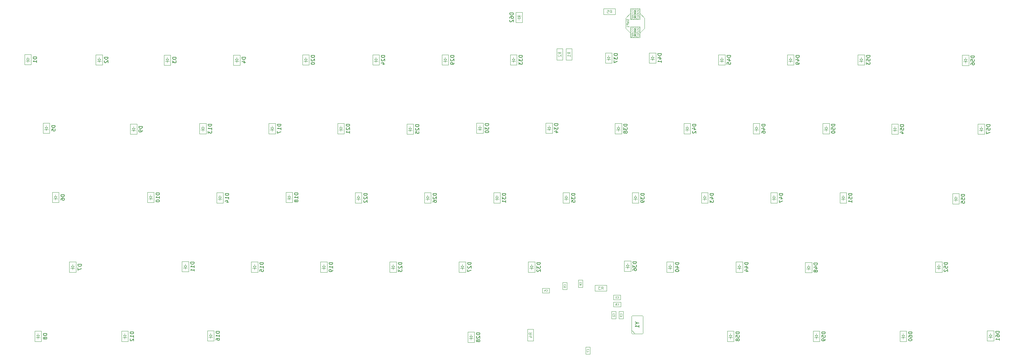
<source format=gbr>
G04 #@! TF.GenerationSoftware,KiCad,Pcbnew,(6.0.6)*
G04 #@! TF.CreationDate,2022-07-10T20:54:54+03:00*
G04 #@! TF.ProjectId,Keyboard-60,4b657962-6f61-4726-942d-3630252e6b69,rev?*
G04 #@! TF.SameCoordinates,Original*
G04 #@! TF.FileFunction,AssemblyDrawing,Bot*
%FSLAX46Y46*%
G04 Gerber Fmt 4.6, Leading zero omitted, Abs format (unit mm)*
G04 Created by KiCad (PCBNEW (6.0.6)) date 2022-07-10 20:54:54*
%MOMM*%
%LPD*%
G01*
G04 APERTURE LIST*
%ADD10C,0.150000*%
%ADD11C,0.120000*%
%ADD12C,0.050000*%
%ADD13C,0.090000*%
%ADD14C,0.080000*%
%ADD15C,0.100000*%
G04 APERTURE END LIST*
D10*
X132278130Y-130198964D02*
X131278130Y-130198964D01*
X131278130Y-130437059D01*
X131325750Y-130579916D01*
X131420988Y-130675154D01*
X131516226Y-130722773D01*
X131706702Y-130770392D01*
X131849559Y-130770392D01*
X132040035Y-130722773D01*
X132135273Y-130675154D01*
X132230511Y-130579916D01*
X132278130Y-130437059D01*
X132278130Y-130198964D01*
X132278130Y-131722773D02*
X132278130Y-131151345D01*
X132278130Y-131437059D02*
X131278130Y-131437059D01*
X131420988Y-131341821D01*
X131516226Y-131246583D01*
X131563845Y-131151345D01*
X132278130Y-132198964D02*
X132278130Y-132389440D01*
X132230511Y-132484678D01*
X132182892Y-132532297D01*
X132040035Y-132627535D01*
X131849559Y-132675154D01*
X131468607Y-132675154D01*
X131373369Y-132627535D01*
X131325750Y-132579916D01*
X131278130Y-132484678D01*
X131278130Y-132294202D01*
X131325750Y-132198964D01*
X131373369Y-132151345D01*
X131468607Y-132103726D01*
X131706702Y-132103726D01*
X131801940Y-132151345D01*
X131849559Y-132198964D01*
X131897178Y-132294202D01*
X131897178Y-132484678D01*
X131849559Y-132579916D01*
X131801940Y-132627535D01*
X131706702Y-132675154D01*
X122753130Y-111021964D02*
X121753130Y-111021964D01*
X121753130Y-111260059D01*
X121800750Y-111402916D01*
X121895988Y-111498154D01*
X121991226Y-111545773D01*
X122181702Y-111593392D01*
X122324559Y-111593392D01*
X122515035Y-111545773D01*
X122610273Y-111498154D01*
X122705511Y-111402916D01*
X122753130Y-111260059D01*
X122753130Y-111021964D01*
X122753130Y-112545773D02*
X122753130Y-111974345D01*
X122753130Y-112260059D02*
X121753130Y-112260059D01*
X121895988Y-112164821D01*
X121991226Y-112069583D01*
X122038845Y-111974345D01*
X122181702Y-113117202D02*
X122134083Y-113021964D01*
X122086464Y-112974345D01*
X121991226Y-112926726D01*
X121943607Y-112926726D01*
X121848369Y-112974345D01*
X121800750Y-113021964D01*
X121753130Y-113117202D01*
X121753130Y-113307678D01*
X121800750Y-113402916D01*
X121848369Y-113450535D01*
X121943607Y-113498154D01*
X121991226Y-113498154D01*
X122086464Y-113450535D01*
X122134083Y-113402916D01*
X122181702Y-113307678D01*
X122181702Y-113117202D01*
X122229321Y-113021964D01*
X122276940Y-112974345D01*
X122372178Y-112926726D01*
X122562654Y-112926726D01*
X122657892Y-112974345D01*
X122705511Y-113021964D01*
X122753130Y-113117202D01*
X122753130Y-113307678D01*
X122705511Y-113402916D01*
X122657892Y-113450535D01*
X122562654Y-113498154D01*
X122372178Y-113498154D01*
X122276940Y-113450535D01*
X122229321Y-113402916D01*
X122181702Y-113307678D01*
X89225130Y-73702954D02*
X88225130Y-73702954D01*
X88225130Y-73941050D01*
X88272750Y-74083907D01*
X88367988Y-74179145D01*
X88463226Y-74226764D01*
X88653702Y-74274383D01*
X88796559Y-74274383D01*
X88987035Y-74226764D01*
X89082273Y-74179145D01*
X89177511Y-74083907D01*
X89225130Y-73941050D01*
X89225130Y-73702954D01*
X88225130Y-74607716D02*
X88225130Y-75226764D01*
X88606083Y-74893430D01*
X88606083Y-75036288D01*
X88653702Y-75131526D01*
X88701321Y-75179145D01*
X88796559Y-75226764D01*
X89034654Y-75226764D01*
X89129892Y-75179145D01*
X89177511Y-75131526D01*
X89225130Y-75036288D01*
X89225130Y-74750573D01*
X89177511Y-74655335D01*
X89129892Y-74607716D01*
D11*
X197624654Y-72732916D02*
X197243702Y-72466250D01*
X197624654Y-72275773D02*
X196824654Y-72275773D01*
X196824654Y-72580535D01*
X196862750Y-72656726D01*
X196900845Y-72694821D01*
X196977035Y-72732916D01*
X197091321Y-72732916D01*
X197167511Y-72694821D01*
X197205607Y-72656726D01*
X197243702Y-72580535D01*
X197243702Y-72275773D01*
X197624654Y-73494821D02*
X197624654Y-73037678D01*
X197624654Y-73266250D02*
X196824654Y-73266250D01*
X196938940Y-73190059D01*
X197015130Y-73113869D01*
X197053226Y-73037678D01*
D10*
X101163130Y-149121964D02*
X100163130Y-149121964D01*
X100163130Y-149360059D01*
X100210750Y-149502916D01*
X100305988Y-149598154D01*
X100401226Y-149645773D01*
X100591702Y-149693392D01*
X100734559Y-149693392D01*
X100925035Y-149645773D01*
X101020273Y-149598154D01*
X101115511Y-149502916D01*
X101163130Y-149360059D01*
X101163130Y-149121964D01*
X101163130Y-150645773D02*
X101163130Y-150074345D01*
X101163130Y-150360059D02*
X100163130Y-150360059D01*
X100305988Y-150264821D01*
X100401226Y-150169583D01*
X100448845Y-150074345D01*
X100163130Y-151502916D02*
X100163130Y-151312440D01*
X100210750Y-151217202D01*
X100258369Y-151169583D01*
X100401226Y-151074345D01*
X100591702Y-151026726D01*
X100972654Y-151026726D01*
X101067892Y-151074345D01*
X101115511Y-151121964D01*
X101163130Y-151217202D01*
X101163130Y-151407678D01*
X101115511Y-151502916D01*
X101067892Y-151550535D01*
X100972654Y-151598154D01*
X100734559Y-151598154D01*
X100639321Y-151550535D01*
X100591702Y-151502916D01*
X100544083Y-151407678D01*
X100544083Y-151217202D01*
X100591702Y-151121964D01*
X100639321Y-151074345D01*
X100734559Y-151026726D01*
X308808130Y-73302964D02*
X307808130Y-73302964D01*
X307808130Y-73541059D01*
X307855750Y-73683916D01*
X307950988Y-73779154D01*
X308046226Y-73826773D01*
X308236702Y-73874392D01*
X308379559Y-73874392D01*
X308570035Y-73826773D01*
X308665273Y-73779154D01*
X308760511Y-73683916D01*
X308808130Y-73541059D01*
X308808130Y-73302964D01*
X307808130Y-74779154D02*
X307808130Y-74302964D01*
X308284321Y-74255345D01*
X308236702Y-74302964D01*
X308189083Y-74398202D01*
X308189083Y-74636297D01*
X308236702Y-74731535D01*
X308284321Y-74779154D01*
X308379559Y-74826773D01*
X308617654Y-74826773D01*
X308712892Y-74779154D01*
X308760511Y-74731535D01*
X308808130Y-74636297D01*
X308808130Y-74398202D01*
X308760511Y-74302964D01*
X308712892Y-74255345D01*
X307808130Y-75683916D02*
X307808130Y-75493440D01*
X307855750Y-75398202D01*
X307903369Y-75350583D01*
X308046226Y-75255345D01*
X308236702Y-75207726D01*
X308617654Y-75207726D01*
X308712892Y-75255345D01*
X308760511Y-75302964D01*
X308808130Y-75398202D01*
X308808130Y-75588678D01*
X308760511Y-75683916D01*
X308712892Y-75731535D01*
X308617654Y-75779154D01*
X308379559Y-75779154D01*
X308284321Y-75731535D01*
X308236702Y-75683916D01*
X308189083Y-75588678D01*
X308189083Y-75398202D01*
X308236702Y-75302964D01*
X308284321Y-75255345D01*
X308379559Y-75207726D01*
X77541130Y-149248964D02*
X76541130Y-149248964D01*
X76541130Y-149487059D01*
X76588750Y-149629916D01*
X76683988Y-149725154D01*
X76779226Y-149772773D01*
X76969702Y-149820392D01*
X77112559Y-149820392D01*
X77303035Y-149772773D01*
X77398273Y-149725154D01*
X77493511Y-149629916D01*
X77541130Y-149487059D01*
X77541130Y-149248964D01*
X77541130Y-150772773D02*
X77541130Y-150201345D01*
X77541130Y-150487059D02*
X76541130Y-150487059D01*
X76683988Y-150391821D01*
X76779226Y-150296583D01*
X76826845Y-150201345D01*
X76636369Y-151153726D02*
X76588750Y-151201345D01*
X76541130Y-151296583D01*
X76541130Y-151534678D01*
X76588750Y-151629916D01*
X76636369Y-151677535D01*
X76731607Y-151725154D01*
X76826845Y-151725154D01*
X76969702Y-151677535D01*
X77541130Y-151106107D01*
X77541130Y-151725154D01*
X275153130Y-111148964D02*
X274153130Y-111148964D01*
X274153130Y-111387059D01*
X274200750Y-111529916D01*
X274295988Y-111625154D01*
X274391226Y-111672773D01*
X274581702Y-111720392D01*
X274724559Y-111720392D01*
X274915035Y-111672773D01*
X275010273Y-111625154D01*
X275105511Y-111529916D01*
X275153130Y-111387059D01*
X275153130Y-111148964D01*
X274153130Y-112625154D02*
X274153130Y-112148964D01*
X274629321Y-112101345D01*
X274581702Y-112148964D01*
X274534083Y-112244202D01*
X274534083Y-112482297D01*
X274581702Y-112577535D01*
X274629321Y-112625154D01*
X274724559Y-112672773D01*
X274962654Y-112672773D01*
X275057892Y-112625154D01*
X275105511Y-112577535D01*
X275153130Y-112482297D01*
X275153130Y-112244202D01*
X275105511Y-112148964D01*
X275057892Y-112101345D01*
X275153130Y-113625154D02*
X275153130Y-113053726D01*
X275153130Y-113339440D02*
X274153130Y-113339440D01*
X274295988Y-113244202D01*
X274391226Y-113148964D01*
X274438845Y-113053726D01*
X289377130Y-92225964D02*
X288377130Y-92225964D01*
X288377130Y-92464059D01*
X288424750Y-92606916D01*
X288519988Y-92702154D01*
X288615226Y-92749773D01*
X288805702Y-92797392D01*
X288948559Y-92797392D01*
X289139035Y-92749773D01*
X289234273Y-92702154D01*
X289329511Y-92606916D01*
X289377130Y-92464059D01*
X289377130Y-92225964D01*
X288377130Y-93702154D02*
X288377130Y-93225964D01*
X288853321Y-93178345D01*
X288805702Y-93225964D01*
X288758083Y-93321202D01*
X288758083Y-93559297D01*
X288805702Y-93654535D01*
X288853321Y-93702154D01*
X288948559Y-93749773D01*
X289186654Y-93749773D01*
X289281892Y-93702154D01*
X289329511Y-93654535D01*
X289377130Y-93559297D01*
X289377130Y-93321202D01*
X289329511Y-93225964D01*
X289281892Y-93178345D01*
X288710464Y-94606916D02*
X289377130Y-94606916D01*
X288329511Y-94368821D02*
X289043797Y-94130726D01*
X289043797Y-94749773D01*
X58491130Y-111498154D02*
X57491130Y-111498154D01*
X57491130Y-111736250D01*
X57538750Y-111879107D01*
X57633988Y-111974345D01*
X57729226Y-112021964D01*
X57919702Y-112069583D01*
X58062559Y-112069583D01*
X58253035Y-112021964D01*
X58348273Y-111974345D01*
X58443511Y-111879107D01*
X58491130Y-111736250D01*
X58491130Y-111498154D01*
X57491130Y-112926726D02*
X57491130Y-112736250D01*
X57538750Y-112641011D01*
X57586369Y-112593392D01*
X57729226Y-112498154D01*
X57919702Y-112450535D01*
X58300654Y-112450535D01*
X58395892Y-112498154D01*
X58443511Y-112545773D01*
X58491130Y-112641011D01*
X58491130Y-112831488D01*
X58443511Y-112926726D01*
X58395892Y-112974345D01*
X58300654Y-113021964D01*
X58062559Y-113021964D01*
X57967321Y-112974345D01*
X57919702Y-112926726D01*
X57872083Y-112831488D01*
X57872083Y-112641011D01*
X57919702Y-112545773D01*
X57967321Y-112498154D01*
X58062559Y-112450535D01*
X301442130Y-130198964D02*
X300442130Y-130198964D01*
X300442130Y-130437059D01*
X300489750Y-130579916D01*
X300584988Y-130675154D01*
X300680226Y-130722773D01*
X300870702Y-130770392D01*
X301013559Y-130770392D01*
X301204035Y-130722773D01*
X301299273Y-130675154D01*
X301394511Y-130579916D01*
X301442130Y-130437059D01*
X301442130Y-130198964D01*
X300442130Y-131675154D02*
X300442130Y-131198964D01*
X300918321Y-131151345D01*
X300870702Y-131198964D01*
X300823083Y-131294202D01*
X300823083Y-131532297D01*
X300870702Y-131627535D01*
X300918321Y-131675154D01*
X301013559Y-131722773D01*
X301251654Y-131722773D01*
X301346892Y-131675154D01*
X301394511Y-131627535D01*
X301442130Y-131532297D01*
X301442130Y-131294202D01*
X301394511Y-131198964D01*
X301346892Y-131151345D01*
X300537369Y-132103726D02*
X300489750Y-132151345D01*
X300442130Y-132246583D01*
X300442130Y-132484678D01*
X300489750Y-132579916D01*
X300537369Y-132627535D01*
X300632607Y-132675154D01*
X300727845Y-132675154D01*
X300870702Y-132627535D01*
X301442130Y-132056107D01*
X301442130Y-132675154D01*
X241752130Y-73175964D02*
X240752130Y-73175964D01*
X240752130Y-73414059D01*
X240799750Y-73556916D01*
X240894988Y-73652154D01*
X240990226Y-73699773D01*
X241180702Y-73747392D01*
X241323559Y-73747392D01*
X241514035Y-73699773D01*
X241609273Y-73652154D01*
X241704511Y-73556916D01*
X241752130Y-73414059D01*
X241752130Y-73175964D01*
X241085464Y-74604535D02*
X241752130Y-74604535D01*
X240704511Y-74366440D02*
X241418797Y-74128345D01*
X241418797Y-74747392D01*
X240752130Y-75604535D02*
X240752130Y-75128345D01*
X241228321Y-75080726D01*
X241180702Y-75128345D01*
X241133083Y-75223583D01*
X241133083Y-75461678D01*
X241180702Y-75556916D01*
X241228321Y-75604535D01*
X241323559Y-75652154D01*
X241561654Y-75652154D01*
X241656892Y-75604535D01*
X241704511Y-75556916D01*
X241752130Y-75461678D01*
X241752130Y-75223583D01*
X241704511Y-75128345D01*
X241656892Y-75080726D01*
D12*
X215539626Y-65690573D02*
X215339626Y-65690573D01*
X215539626Y-65804859D02*
X215425340Y-65719145D01*
X215339626Y-65804859D02*
X215453911Y-65690573D01*
X215434864Y-65890573D02*
X215434864Y-65957240D01*
X215539626Y-65985811D02*
X215539626Y-65890573D01*
X215339626Y-65890573D01*
X215339626Y-65985811D01*
X215434864Y-66071526D02*
X215434864Y-66138192D01*
X215539626Y-66166764D02*
X215539626Y-66071526D01*
X215339626Y-66071526D01*
X215339626Y-66166764D01*
X215539626Y-66252478D02*
X215339626Y-66252478D01*
X215339626Y-66328669D01*
X215349150Y-66347716D01*
X215358673Y-66357240D01*
X215377721Y-66366764D01*
X215406292Y-66366764D01*
X215425340Y-66357240D01*
X215434864Y-66347716D01*
X215444388Y-66328669D01*
X215444388Y-66252478D01*
X215339626Y-66490573D02*
X215339626Y-66528669D01*
X215349150Y-66547716D01*
X215368197Y-66566764D01*
X215406292Y-66576288D01*
X215472959Y-66576288D01*
X215511054Y-66566764D01*
X215530102Y-66547716D01*
X215539626Y-66528669D01*
X215539626Y-66490573D01*
X215530102Y-66471526D01*
X215511054Y-66452478D01*
X215472959Y-66442954D01*
X215406292Y-66442954D01*
X215368197Y-66452478D01*
X215349150Y-66471526D01*
X215339626Y-66490573D01*
X215339626Y-66662002D02*
X215501530Y-66662002D01*
X215520578Y-66671526D01*
X215530102Y-66681050D01*
X215539626Y-66700097D01*
X215539626Y-66738192D01*
X215530102Y-66757240D01*
X215520578Y-66766764D01*
X215501530Y-66776288D01*
X215339626Y-66776288D01*
X215339626Y-66842954D02*
X215339626Y-66957240D01*
X215539626Y-66900097D02*
X215339626Y-66900097D01*
X215339626Y-67157240D02*
X215339626Y-67290573D01*
X215539626Y-67157240D01*
X215539626Y-67290573D01*
X215339626Y-67404859D02*
X215339626Y-67442954D01*
X215349150Y-67462002D01*
X215368197Y-67481050D01*
X215406292Y-67490573D01*
X215472959Y-67490573D01*
X215511054Y-67481050D01*
X215530102Y-67462002D01*
X215539626Y-67442954D01*
X215539626Y-67404859D01*
X215530102Y-67385811D01*
X215511054Y-67366764D01*
X215472959Y-67357240D01*
X215406292Y-67357240D01*
X215368197Y-67366764D01*
X215349150Y-67385811D01*
X215339626Y-67404859D01*
X215539626Y-67576288D02*
X215339626Y-67576288D01*
X215539626Y-67690573D01*
X215339626Y-67690573D01*
X215434864Y-67785811D02*
X215434864Y-67852478D01*
X215539626Y-67881050D02*
X215539626Y-67785811D01*
X215339626Y-67785811D01*
X215339626Y-67881050D01*
D13*
X213692007Y-63181050D02*
X213720578Y-63266764D01*
X213720578Y-63409621D01*
X213692007Y-63466764D01*
X213663435Y-63495335D01*
X213606292Y-63523907D01*
X213549150Y-63523907D01*
X213492007Y-63495335D01*
X213463435Y-63466764D01*
X213434864Y-63409621D01*
X213406292Y-63295335D01*
X213377721Y-63238192D01*
X213349150Y-63209621D01*
X213292007Y-63181050D01*
X213234864Y-63181050D01*
X213177721Y-63209621D01*
X213149150Y-63238192D01*
X213120578Y-63295335D01*
X213120578Y-63438192D01*
X213149150Y-63523907D01*
X213120578Y-63723907D02*
X213720578Y-63866764D01*
X213292007Y-63981050D01*
X213720578Y-64095335D01*
X213120578Y-64238192D01*
X213720578Y-64466764D02*
X213120578Y-64466764D01*
X213120578Y-64695335D01*
X213149150Y-64752478D01*
X213177721Y-64781050D01*
X213234864Y-64809621D01*
X213320578Y-64809621D01*
X213377721Y-64781050D01*
X213406292Y-64752478D01*
X213434864Y-64695335D01*
X213434864Y-64466764D01*
X213720578Y-65381050D02*
X213720578Y-65038192D01*
X213720578Y-65209621D02*
X213120578Y-65209621D01*
X213206292Y-65152478D01*
X213263435Y-65095335D01*
X213292007Y-65038192D01*
D12*
X215539626Y-60690573D02*
X215339626Y-60690573D01*
X215539626Y-60804859D02*
X215425340Y-60719145D01*
X215339626Y-60804859D02*
X215453911Y-60690573D01*
X215434864Y-60890573D02*
X215434864Y-60957240D01*
X215539626Y-60985811D02*
X215539626Y-60890573D01*
X215339626Y-60890573D01*
X215339626Y-60985811D01*
X215434864Y-61071526D02*
X215434864Y-61138192D01*
X215539626Y-61166764D02*
X215539626Y-61071526D01*
X215339626Y-61071526D01*
X215339626Y-61166764D01*
X215539626Y-61252478D02*
X215339626Y-61252478D01*
X215339626Y-61328669D01*
X215349150Y-61347716D01*
X215358673Y-61357240D01*
X215377721Y-61366764D01*
X215406292Y-61366764D01*
X215425340Y-61357240D01*
X215434864Y-61347716D01*
X215444388Y-61328669D01*
X215444388Y-61252478D01*
X215339626Y-61490573D02*
X215339626Y-61528669D01*
X215349150Y-61547716D01*
X215368197Y-61566764D01*
X215406292Y-61576288D01*
X215472959Y-61576288D01*
X215511054Y-61566764D01*
X215530102Y-61547716D01*
X215539626Y-61528669D01*
X215539626Y-61490573D01*
X215530102Y-61471526D01*
X215511054Y-61452478D01*
X215472959Y-61442954D01*
X215406292Y-61442954D01*
X215368197Y-61452478D01*
X215349150Y-61471526D01*
X215339626Y-61490573D01*
X215339626Y-61662002D02*
X215501530Y-61662002D01*
X215520578Y-61671526D01*
X215530102Y-61681050D01*
X215539626Y-61700097D01*
X215539626Y-61738192D01*
X215530102Y-61757240D01*
X215520578Y-61766764D01*
X215501530Y-61776288D01*
X215339626Y-61776288D01*
X215339626Y-61842954D02*
X215339626Y-61957240D01*
X215539626Y-61900097D02*
X215339626Y-61900097D01*
X215339626Y-62157240D02*
X215339626Y-62290573D01*
X215539626Y-62157240D01*
X215539626Y-62290573D01*
X215339626Y-62404859D02*
X215339626Y-62442954D01*
X215349150Y-62462002D01*
X215368197Y-62481050D01*
X215406292Y-62490573D01*
X215472959Y-62490573D01*
X215511054Y-62481050D01*
X215530102Y-62462002D01*
X215539626Y-62442954D01*
X215539626Y-62404859D01*
X215530102Y-62385811D01*
X215511054Y-62366764D01*
X215472959Y-62357240D01*
X215406292Y-62357240D01*
X215368197Y-62366764D01*
X215349150Y-62385811D01*
X215339626Y-62404859D01*
X215539626Y-62576288D02*
X215339626Y-62576288D01*
X215539626Y-62690573D01*
X215339626Y-62690573D01*
X215434864Y-62785811D02*
X215434864Y-62852478D01*
X215539626Y-62881050D02*
X215539626Y-62785811D01*
X215339626Y-62785811D01*
X215339626Y-62881050D01*
D10*
X151328130Y-130198964D02*
X150328130Y-130198964D01*
X150328130Y-130437059D01*
X150375750Y-130579916D01*
X150470988Y-130675154D01*
X150566226Y-130722773D01*
X150756702Y-130770392D01*
X150899559Y-130770392D01*
X151090035Y-130722773D01*
X151185273Y-130675154D01*
X151280511Y-130579916D01*
X151328130Y-130437059D01*
X151328130Y-130198964D01*
X150423369Y-131151345D02*
X150375750Y-131198964D01*
X150328130Y-131294202D01*
X150328130Y-131532297D01*
X150375750Y-131627535D01*
X150423369Y-131675154D01*
X150518607Y-131722773D01*
X150613845Y-131722773D01*
X150756702Y-131675154D01*
X151328130Y-131103726D01*
X151328130Y-131722773D01*
X150328130Y-132056107D02*
X150328130Y-132675154D01*
X150709083Y-132341821D01*
X150709083Y-132484678D01*
X150756702Y-132579916D01*
X150804321Y-132627535D01*
X150899559Y-132675154D01*
X151137654Y-132675154D01*
X151232892Y-132627535D01*
X151280511Y-132579916D01*
X151328130Y-132484678D01*
X151328130Y-132198964D01*
X151280511Y-132103726D01*
X151232892Y-132056107D01*
X160853130Y-111148964D02*
X159853130Y-111148964D01*
X159853130Y-111387059D01*
X159900750Y-111529916D01*
X159995988Y-111625154D01*
X160091226Y-111672773D01*
X160281702Y-111720392D01*
X160424559Y-111720392D01*
X160615035Y-111672773D01*
X160710273Y-111625154D01*
X160805511Y-111529916D01*
X160853130Y-111387059D01*
X160853130Y-111148964D01*
X159948369Y-112101345D02*
X159900750Y-112148964D01*
X159853130Y-112244202D01*
X159853130Y-112482297D01*
X159900750Y-112577535D01*
X159948369Y-112625154D01*
X160043607Y-112672773D01*
X160138845Y-112672773D01*
X160281702Y-112625154D01*
X160853130Y-112053726D01*
X160853130Y-112672773D01*
X159853130Y-113529916D02*
X159853130Y-113339440D01*
X159900750Y-113244202D01*
X159948369Y-113196583D01*
X160091226Y-113101345D01*
X160281702Y-113053726D01*
X160662654Y-113053726D01*
X160757892Y-113101345D01*
X160805511Y-113148964D01*
X160853130Y-113244202D01*
X160853130Y-113434678D01*
X160805511Y-113529916D01*
X160757892Y-113577535D01*
X160662654Y-113625154D01*
X160424559Y-113625154D01*
X160329321Y-113577535D01*
X160281702Y-113529916D01*
X160234083Y-113434678D01*
X160234083Y-113244202D01*
X160281702Y-113148964D01*
X160329321Y-113101345D01*
X160424559Y-113053726D01*
X113228130Y-130198964D02*
X112228130Y-130198964D01*
X112228130Y-130437059D01*
X112275750Y-130579916D01*
X112370988Y-130675154D01*
X112466226Y-130722773D01*
X112656702Y-130770392D01*
X112799559Y-130770392D01*
X112990035Y-130722773D01*
X113085273Y-130675154D01*
X113180511Y-130579916D01*
X113228130Y-130437059D01*
X113228130Y-130198964D01*
X113228130Y-131722773D02*
X113228130Y-131151345D01*
X113228130Y-131437059D02*
X112228130Y-131437059D01*
X112370988Y-131341821D01*
X112466226Y-131246583D01*
X112513845Y-131151345D01*
X112228130Y-132627535D02*
X112228130Y-132151345D01*
X112704321Y-132103726D01*
X112656702Y-132151345D01*
X112609083Y-132246583D01*
X112609083Y-132484678D01*
X112656702Y-132579916D01*
X112704321Y-132627535D01*
X112799559Y-132675154D01*
X113037654Y-132675154D01*
X113132892Y-132627535D01*
X113180511Y-132579916D01*
X113228130Y-132484678D01*
X113228130Y-132246583D01*
X113180511Y-132151345D01*
X113132892Y-132103726D01*
X260675130Y-73175964D02*
X259675130Y-73175964D01*
X259675130Y-73414059D01*
X259722750Y-73556916D01*
X259817988Y-73652154D01*
X259913226Y-73699773D01*
X260103702Y-73747392D01*
X260246559Y-73747392D01*
X260437035Y-73699773D01*
X260532273Y-73652154D01*
X260627511Y-73556916D01*
X260675130Y-73414059D01*
X260675130Y-73175964D01*
X260008464Y-74604535D02*
X260675130Y-74604535D01*
X259627511Y-74366440D02*
X260341797Y-74128345D01*
X260341797Y-74747392D01*
X260675130Y-75175964D02*
X260675130Y-75366440D01*
X260627511Y-75461678D01*
X260579892Y-75509297D01*
X260437035Y-75604535D01*
X260246559Y-75652154D01*
X259865607Y-75652154D01*
X259770369Y-75604535D01*
X259722750Y-75556916D01*
X259675130Y-75461678D01*
X259675130Y-75271202D01*
X259722750Y-75175964D01*
X259770369Y-75128345D01*
X259865607Y-75080726D01*
X260103702Y-75080726D01*
X260198940Y-75128345D01*
X260246559Y-75175964D01*
X260294178Y-75271202D01*
X260294178Y-75461678D01*
X260246559Y-75556916D01*
X260198940Y-75604535D01*
X260103702Y-75652154D01*
D14*
X211792321Y-144537916D02*
X211816130Y-144514107D01*
X211839940Y-144442678D01*
X211839940Y-144395059D01*
X211816130Y-144323630D01*
X211768511Y-144276011D01*
X211720892Y-144252202D01*
X211625654Y-144228392D01*
X211554226Y-144228392D01*
X211458988Y-144252202D01*
X211411369Y-144276011D01*
X211363750Y-144323630D01*
X211339940Y-144395059D01*
X211339940Y-144442678D01*
X211363750Y-144514107D01*
X211387559Y-144537916D01*
X211339940Y-144704583D02*
X211339940Y-145014107D01*
X211530416Y-144847440D01*
X211530416Y-144918869D01*
X211554226Y-144966488D01*
X211578035Y-144990297D01*
X211625654Y-145014107D01*
X211744702Y-145014107D01*
X211792321Y-144990297D01*
X211816130Y-144966488D01*
X211839940Y-144918869D01*
X211839940Y-144776011D01*
X211816130Y-144728392D01*
X211792321Y-144704583D01*
D10*
X179903130Y-111148964D02*
X178903130Y-111148964D01*
X178903130Y-111387059D01*
X178950750Y-111529916D01*
X179045988Y-111625154D01*
X179141226Y-111672773D01*
X179331702Y-111720392D01*
X179474559Y-111720392D01*
X179665035Y-111672773D01*
X179760273Y-111625154D01*
X179855511Y-111529916D01*
X179903130Y-111387059D01*
X179903130Y-111148964D01*
X178903130Y-112053726D02*
X178903130Y-112672773D01*
X179284083Y-112339440D01*
X179284083Y-112482297D01*
X179331702Y-112577535D01*
X179379321Y-112625154D01*
X179474559Y-112672773D01*
X179712654Y-112672773D01*
X179807892Y-112625154D01*
X179855511Y-112577535D01*
X179903130Y-112482297D01*
X179903130Y-112196583D01*
X179855511Y-112101345D01*
X179807892Y-112053726D01*
X179903130Y-113625154D02*
X179903130Y-113053726D01*
X179903130Y-113339440D02*
X178903130Y-113339440D01*
X179045988Y-113244202D01*
X179141226Y-113148964D01*
X179188845Y-113053726D01*
X170378130Y-130198964D02*
X169378130Y-130198964D01*
X169378130Y-130437059D01*
X169425750Y-130579916D01*
X169520988Y-130675154D01*
X169616226Y-130722773D01*
X169806702Y-130770392D01*
X169949559Y-130770392D01*
X170140035Y-130722773D01*
X170235273Y-130675154D01*
X170330511Y-130579916D01*
X170378130Y-130437059D01*
X170378130Y-130198964D01*
X169473369Y-131151345D02*
X169425750Y-131198964D01*
X169378130Y-131294202D01*
X169378130Y-131532297D01*
X169425750Y-131627535D01*
X169473369Y-131675154D01*
X169568607Y-131722773D01*
X169663845Y-131722773D01*
X169806702Y-131675154D01*
X170378130Y-131103726D01*
X170378130Y-131722773D01*
X169378130Y-132056107D02*
X169378130Y-132722773D01*
X170378130Y-132294202D01*
X156027130Y-92225964D02*
X155027130Y-92225964D01*
X155027130Y-92464059D01*
X155074750Y-92606916D01*
X155169988Y-92702154D01*
X155265226Y-92749773D01*
X155455702Y-92797392D01*
X155598559Y-92797392D01*
X155789035Y-92749773D01*
X155884273Y-92702154D01*
X155979511Y-92606916D01*
X156027130Y-92464059D01*
X156027130Y-92225964D01*
X155122369Y-93178345D02*
X155074750Y-93225964D01*
X155027130Y-93321202D01*
X155027130Y-93559297D01*
X155074750Y-93654535D01*
X155122369Y-93702154D01*
X155217607Y-93749773D01*
X155312845Y-93749773D01*
X155455702Y-93702154D01*
X156027130Y-93130726D01*
X156027130Y-93749773D01*
X155027130Y-94654535D02*
X155027130Y-94178345D01*
X155503321Y-94130726D01*
X155455702Y-94178345D01*
X155408083Y-94273583D01*
X155408083Y-94511678D01*
X155455702Y-94606916D01*
X155503321Y-94654535D01*
X155598559Y-94702154D01*
X155836654Y-94702154D01*
X155931892Y-94654535D01*
X155979511Y-94606916D01*
X156027130Y-94511678D01*
X156027130Y-94273583D01*
X155979511Y-94178345D01*
X155931892Y-94130726D01*
D14*
X209760321Y-144537916D02*
X209784130Y-144514107D01*
X209807940Y-144442678D01*
X209807940Y-144395059D01*
X209784130Y-144323630D01*
X209736511Y-144276011D01*
X209688892Y-144252202D01*
X209593654Y-144228392D01*
X209522226Y-144228392D01*
X209426988Y-144252202D01*
X209379369Y-144276011D01*
X209331750Y-144323630D01*
X209307940Y-144395059D01*
X209307940Y-144442678D01*
X209331750Y-144514107D01*
X209355559Y-144537916D01*
X209355559Y-144728392D02*
X209331750Y-144752202D01*
X209307940Y-144799821D01*
X209307940Y-144918869D01*
X209331750Y-144966488D01*
X209355559Y-144990297D01*
X209403178Y-145014107D01*
X209450797Y-145014107D01*
X209522226Y-144990297D01*
X209807940Y-144704583D01*
X209807940Y-145014107D01*
D10*
X198953130Y-111148964D02*
X197953130Y-111148964D01*
X197953130Y-111387059D01*
X198000750Y-111529916D01*
X198095988Y-111625154D01*
X198191226Y-111672773D01*
X198381702Y-111720392D01*
X198524559Y-111720392D01*
X198715035Y-111672773D01*
X198810273Y-111625154D01*
X198905511Y-111529916D01*
X198953130Y-111387059D01*
X198953130Y-111148964D01*
X197953130Y-112053726D02*
X197953130Y-112672773D01*
X198334083Y-112339440D01*
X198334083Y-112482297D01*
X198381702Y-112577535D01*
X198429321Y-112625154D01*
X198524559Y-112672773D01*
X198762654Y-112672773D01*
X198857892Y-112625154D01*
X198905511Y-112577535D01*
X198953130Y-112482297D01*
X198953130Y-112196583D01*
X198905511Y-112101345D01*
X198857892Y-112053726D01*
X197953130Y-113577535D02*
X197953130Y-113101345D01*
X198429321Y-113053726D01*
X198381702Y-113101345D01*
X198334083Y-113196583D01*
X198334083Y-113434678D01*
X198381702Y-113529916D01*
X198429321Y-113577535D01*
X198524559Y-113625154D01*
X198762654Y-113625154D01*
X198857892Y-113577535D01*
X198905511Y-113529916D01*
X198953130Y-113434678D01*
X198953130Y-113196583D01*
X198905511Y-113101345D01*
X198857892Y-113053726D01*
D14*
X196298321Y-136536916D02*
X196322130Y-136513107D01*
X196345940Y-136441678D01*
X196345940Y-136394059D01*
X196322130Y-136322630D01*
X196274511Y-136275011D01*
X196226892Y-136251202D01*
X196131654Y-136227392D01*
X196060226Y-136227392D01*
X195964988Y-136251202D01*
X195917369Y-136275011D01*
X195869750Y-136322630D01*
X195845940Y-136394059D01*
X195845940Y-136441678D01*
X195869750Y-136513107D01*
X195893559Y-136536916D01*
X195845940Y-136989297D02*
X195845940Y-136751202D01*
X196084035Y-136727392D01*
X196060226Y-136751202D01*
X196036416Y-136798821D01*
X196036416Y-136917869D01*
X196060226Y-136965488D01*
X196084035Y-136989297D01*
X196131654Y-137013107D01*
X196250702Y-137013107D01*
X196298321Y-136989297D01*
X196322130Y-136965488D01*
X196345940Y-136917869D01*
X196345940Y-136798821D01*
X196322130Y-136751202D01*
X196298321Y-136727392D01*
D10*
X265628130Y-130325964D02*
X264628130Y-130325964D01*
X264628130Y-130564059D01*
X264675750Y-130706916D01*
X264770988Y-130802154D01*
X264866226Y-130849773D01*
X265056702Y-130897392D01*
X265199559Y-130897392D01*
X265390035Y-130849773D01*
X265485273Y-130802154D01*
X265580511Y-130706916D01*
X265628130Y-130564059D01*
X265628130Y-130325964D01*
X264961464Y-131754535D02*
X265628130Y-131754535D01*
X264580511Y-131516440D02*
X265294797Y-131278345D01*
X265294797Y-131897392D01*
X265056702Y-132421202D02*
X265009083Y-132325964D01*
X264961464Y-132278345D01*
X264866226Y-132230726D01*
X264818607Y-132230726D01*
X264723369Y-132278345D01*
X264675750Y-132325964D01*
X264628130Y-132421202D01*
X264628130Y-132611678D01*
X264675750Y-132706916D01*
X264723369Y-132754535D01*
X264818607Y-132802154D01*
X264866226Y-132802154D01*
X264961464Y-132754535D01*
X265009083Y-132706916D01*
X265056702Y-132611678D01*
X265056702Y-132421202D01*
X265104321Y-132325964D01*
X265151940Y-132278345D01*
X265247178Y-132230726D01*
X265437654Y-132230726D01*
X265532892Y-132278345D01*
X265580511Y-132325964D01*
X265628130Y-132421202D01*
X265628130Y-132611678D01*
X265580511Y-132706916D01*
X265532892Y-132754535D01*
X265437654Y-132802154D01*
X265247178Y-132802154D01*
X265151940Y-132754535D01*
X265104321Y-132706916D01*
X265056702Y-132611678D01*
X50871130Y-73601354D02*
X49871130Y-73601354D01*
X49871130Y-73839450D01*
X49918750Y-73982307D01*
X50013988Y-74077545D01*
X50109226Y-74125164D01*
X50299702Y-74172783D01*
X50442559Y-74172783D01*
X50633035Y-74125164D01*
X50728273Y-74077545D01*
X50823511Y-73982307D01*
X50871130Y-73839450D01*
X50871130Y-73601354D01*
X50871130Y-75125164D02*
X50871130Y-74553735D01*
X50871130Y-74839450D02*
X49871130Y-74839450D01*
X50013988Y-74744211D01*
X50109226Y-74648973D01*
X50156845Y-74553735D01*
X63190130Y-130675154D02*
X62190130Y-130675154D01*
X62190130Y-130913250D01*
X62237750Y-131056107D01*
X62332988Y-131151345D01*
X62428226Y-131198964D01*
X62618702Y-131246583D01*
X62761559Y-131246583D01*
X62952035Y-131198964D01*
X63047273Y-131151345D01*
X63142511Y-131056107D01*
X63190130Y-130913250D01*
X63190130Y-130675154D01*
X62190130Y-131579916D02*
X62190130Y-132246583D01*
X63190130Y-131818011D01*
X244165130Y-149248964D02*
X243165130Y-149248964D01*
X243165130Y-149487059D01*
X243212750Y-149629916D01*
X243307988Y-149725154D01*
X243403226Y-149772773D01*
X243593702Y-149820392D01*
X243736559Y-149820392D01*
X243927035Y-149772773D01*
X244022273Y-149725154D01*
X244117511Y-149629916D01*
X244165130Y-149487059D01*
X244165130Y-149248964D01*
X243165130Y-150725154D02*
X243165130Y-150248964D01*
X243641321Y-150201345D01*
X243593702Y-150248964D01*
X243546083Y-150344202D01*
X243546083Y-150582297D01*
X243593702Y-150677535D01*
X243641321Y-150725154D01*
X243736559Y-150772773D01*
X243974654Y-150772773D01*
X244069892Y-150725154D01*
X244117511Y-150677535D01*
X244165130Y-150582297D01*
X244165130Y-150344202D01*
X244117511Y-150248964D01*
X244069892Y-150201345D01*
X243593702Y-151344202D02*
X243546083Y-151248964D01*
X243498464Y-151201345D01*
X243403226Y-151153726D01*
X243355607Y-151153726D01*
X243260369Y-151201345D01*
X243212750Y-151248964D01*
X243165130Y-151344202D01*
X243165130Y-151534678D01*
X243212750Y-151629916D01*
X243260369Y-151677535D01*
X243355607Y-151725154D01*
X243403226Y-151725154D01*
X243498464Y-151677535D01*
X243546083Y-151629916D01*
X243593702Y-151534678D01*
X243593702Y-151344202D01*
X243641321Y-151248964D01*
X243688940Y-151201345D01*
X243784178Y-151153726D01*
X243974654Y-151153726D01*
X244069892Y-151201345D01*
X244117511Y-151248964D01*
X244165130Y-151344202D01*
X244165130Y-151534678D01*
X244117511Y-151629916D01*
X244069892Y-151677535D01*
X243974654Y-151725154D01*
X243784178Y-151725154D01*
X243688940Y-151677535D01*
X243641321Y-151629916D01*
X243593702Y-151534678D01*
X108325930Y-73702954D02*
X107325930Y-73702954D01*
X107325930Y-73941050D01*
X107373550Y-74083907D01*
X107468788Y-74179145D01*
X107564026Y-74226764D01*
X107754502Y-74274383D01*
X107897359Y-74274383D01*
X108087835Y-74226764D01*
X108183073Y-74179145D01*
X108278311Y-74083907D01*
X108325930Y-73941050D01*
X108325930Y-73702954D01*
X107659264Y-75131526D02*
X108325930Y-75131526D01*
X107278311Y-74893430D02*
X107992597Y-74655335D01*
X107992597Y-75274383D01*
D11*
X208521283Y-61493354D02*
X208787950Y-61112402D01*
X208978426Y-61493354D02*
X208978426Y-60693354D01*
X208673664Y-60693354D01*
X208597473Y-60731450D01*
X208559378Y-60769545D01*
X208521283Y-60845735D01*
X208521283Y-60960021D01*
X208559378Y-61036211D01*
X208597473Y-61074307D01*
X208673664Y-61112402D01*
X208978426Y-61112402D01*
X207797473Y-60693354D02*
X208178426Y-60693354D01*
X208216521Y-61074307D01*
X208178426Y-61036211D01*
X208102235Y-60998116D01*
X207911759Y-60998116D01*
X207835569Y-61036211D01*
X207797473Y-61074307D01*
X207759378Y-61150497D01*
X207759378Y-61340973D01*
X207797473Y-61417164D01*
X207835569Y-61455259D01*
X207911759Y-61493354D01*
X208102235Y-61493354D01*
X208178426Y-61455259D01*
X208216521Y-61417164D01*
D10*
X84653130Y-111021964D02*
X83653130Y-111021964D01*
X83653130Y-111260059D01*
X83700750Y-111402916D01*
X83795988Y-111498154D01*
X83891226Y-111545773D01*
X84081702Y-111593392D01*
X84224559Y-111593392D01*
X84415035Y-111545773D01*
X84510273Y-111498154D01*
X84605511Y-111402916D01*
X84653130Y-111260059D01*
X84653130Y-111021964D01*
X84653130Y-112545773D02*
X84653130Y-111974345D01*
X84653130Y-112260059D02*
X83653130Y-112260059D01*
X83795988Y-112164821D01*
X83891226Y-112069583D01*
X83938845Y-111974345D01*
X83653130Y-113164821D02*
X83653130Y-113260059D01*
X83700750Y-113355297D01*
X83748369Y-113402916D01*
X83843607Y-113450535D01*
X84034083Y-113498154D01*
X84272178Y-113498154D01*
X84462654Y-113450535D01*
X84557892Y-113402916D01*
X84605511Y-113355297D01*
X84653130Y-113260059D01*
X84653130Y-113164821D01*
X84605511Y-113069583D01*
X84557892Y-113021964D01*
X84462654Y-112974345D01*
X84272178Y-112926726D01*
X84034083Y-112926726D01*
X83843607Y-112974345D01*
X83748369Y-113021964D01*
X83700750Y-113069583D01*
X83653130Y-113164821D01*
X184475130Y-73175964D02*
X183475130Y-73175964D01*
X183475130Y-73414059D01*
X183522750Y-73556916D01*
X183617988Y-73652154D01*
X183713226Y-73699773D01*
X183903702Y-73747392D01*
X184046559Y-73747392D01*
X184237035Y-73699773D01*
X184332273Y-73652154D01*
X184427511Y-73556916D01*
X184475130Y-73414059D01*
X184475130Y-73175964D01*
X183475130Y-74080726D02*
X183475130Y-74699773D01*
X183856083Y-74366440D01*
X183856083Y-74509297D01*
X183903702Y-74604535D01*
X183951321Y-74652154D01*
X184046559Y-74699773D01*
X184284654Y-74699773D01*
X184379892Y-74652154D01*
X184427511Y-74604535D01*
X184475130Y-74509297D01*
X184475130Y-74223583D01*
X184427511Y-74128345D01*
X184379892Y-74080726D01*
X183475130Y-75033107D02*
X183475130Y-75652154D01*
X183856083Y-75318821D01*
X183856083Y-75461678D01*
X183903702Y-75556916D01*
X183951321Y-75604535D01*
X184046559Y-75652154D01*
X184284654Y-75652154D01*
X184379892Y-75604535D01*
X184427511Y-75556916D01*
X184475130Y-75461678D01*
X184475130Y-75175964D01*
X184427511Y-75080726D01*
X184379892Y-75033107D01*
X70479930Y-73652154D02*
X69479930Y-73652154D01*
X69479930Y-73890250D01*
X69527550Y-74033107D01*
X69622788Y-74128345D01*
X69718026Y-74175964D01*
X69908502Y-74223583D01*
X70051359Y-74223583D01*
X70241835Y-74175964D01*
X70337073Y-74128345D01*
X70432311Y-74033107D01*
X70479930Y-73890250D01*
X70479930Y-73652154D01*
X69575169Y-74604535D02*
X69527550Y-74652154D01*
X69479930Y-74747392D01*
X69479930Y-74985488D01*
X69527550Y-75080726D01*
X69575169Y-75128345D01*
X69670407Y-75175964D01*
X69765645Y-75175964D01*
X69908502Y-75128345D01*
X70479930Y-74556916D01*
X70479930Y-75175964D01*
X99004130Y-92098964D02*
X98004130Y-92098964D01*
X98004130Y-92337059D01*
X98051750Y-92479916D01*
X98146988Y-92575154D01*
X98242226Y-92622773D01*
X98432702Y-92670392D01*
X98575559Y-92670392D01*
X98766035Y-92622773D01*
X98861273Y-92575154D01*
X98956511Y-92479916D01*
X99004130Y-92337059D01*
X99004130Y-92098964D01*
X99004130Y-93622773D02*
X99004130Y-93051345D01*
X99004130Y-93337059D02*
X98004130Y-93337059D01*
X98146988Y-93241821D01*
X98242226Y-93146583D01*
X98289845Y-93051345D01*
X98004130Y-93956107D02*
X98004130Y-94575154D01*
X98385083Y-94241821D01*
X98385083Y-94384678D01*
X98432702Y-94479916D01*
X98480321Y-94527535D01*
X98575559Y-94575154D01*
X98813654Y-94575154D01*
X98908892Y-94527535D01*
X98956511Y-94479916D01*
X99004130Y-94384678D01*
X99004130Y-94098964D01*
X98956511Y-94003726D01*
X98908892Y-93956107D01*
D14*
X202648321Y-154316916D02*
X202672130Y-154293107D01*
X202695940Y-154221678D01*
X202695940Y-154174059D01*
X202672130Y-154102630D01*
X202624511Y-154055011D01*
X202576892Y-154031202D01*
X202481654Y-154007392D01*
X202410226Y-154007392D01*
X202314988Y-154031202D01*
X202267369Y-154055011D01*
X202219750Y-154102630D01*
X202195940Y-154174059D01*
X202195940Y-154221678D01*
X202219750Y-154293107D01*
X202243559Y-154316916D01*
X202195940Y-154483583D02*
X202195940Y-154816916D01*
X202695940Y-154602630D01*
X190996083Y-138068821D02*
X191019892Y-138092630D01*
X191091321Y-138116440D01*
X191138940Y-138116440D01*
X191210369Y-138092630D01*
X191257988Y-138045011D01*
X191281797Y-137997392D01*
X191305607Y-137902154D01*
X191305607Y-137830726D01*
X191281797Y-137735488D01*
X191257988Y-137687869D01*
X191210369Y-137640250D01*
X191138940Y-137616440D01*
X191091321Y-137616440D01*
X191019892Y-137640250D01*
X190996083Y-137664059D01*
X190567511Y-137783107D02*
X190567511Y-138116440D01*
X190686559Y-137592630D02*
X190805607Y-137949773D01*
X190496083Y-137949773D01*
D10*
X175204130Y-91971964D02*
X174204130Y-91971964D01*
X174204130Y-92210059D01*
X174251750Y-92352916D01*
X174346988Y-92448154D01*
X174442226Y-92495773D01*
X174632702Y-92543392D01*
X174775559Y-92543392D01*
X174966035Y-92495773D01*
X175061273Y-92448154D01*
X175156511Y-92352916D01*
X175204130Y-92210059D01*
X175204130Y-91971964D01*
X174204130Y-92876726D02*
X174204130Y-93495773D01*
X174585083Y-93162440D01*
X174585083Y-93305297D01*
X174632702Y-93400535D01*
X174680321Y-93448154D01*
X174775559Y-93495773D01*
X175013654Y-93495773D01*
X175108892Y-93448154D01*
X175156511Y-93400535D01*
X175204130Y-93305297D01*
X175204130Y-93019583D01*
X175156511Y-92924345D01*
X175108892Y-92876726D01*
X174204130Y-94114821D02*
X174204130Y-94210059D01*
X174251750Y-94305297D01*
X174299369Y-94352916D01*
X174394607Y-94400535D01*
X174585083Y-94448154D01*
X174823178Y-94448154D01*
X175013654Y-94400535D01*
X175108892Y-94352916D01*
X175156511Y-94305297D01*
X175204130Y-94210059D01*
X175204130Y-94114821D01*
X175156511Y-94019583D01*
X175108892Y-93971964D01*
X175013654Y-93924345D01*
X174823178Y-93876726D01*
X174585083Y-93876726D01*
X174394607Y-93924345D01*
X174299369Y-93971964D01*
X174251750Y-94019583D01*
X174204130Y-94114821D01*
X213304130Y-92098964D02*
X212304130Y-92098964D01*
X212304130Y-92337059D01*
X212351750Y-92479916D01*
X212446988Y-92575154D01*
X212542226Y-92622773D01*
X212732702Y-92670392D01*
X212875559Y-92670392D01*
X213066035Y-92622773D01*
X213161273Y-92575154D01*
X213256511Y-92479916D01*
X213304130Y-92337059D01*
X213304130Y-92098964D01*
X212304130Y-93003726D02*
X212304130Y-93622773D01*
X212685083Y-93289440D01*
X212685083Y-93432297D01*
X212732702Y-93527535D01*
X212780321Y-93575154D01*
X212875559Y-93622773D01*
X213113654Y-93622773D01*
X213208892Y-93575154D01*
X213256511Y-93527535D01*
X213304130Y-93432297D01*
X213304130Y-93146583D01*
X213256511Y-93051345D01*
X213208892Y-93003726D01*
X212732702Y-94194202D02*
X212685083Y-94098964D01*
X212637464Y-94051345D01*
X212542226Y-94003726D01*
X212494607Y-94003726D01*
X212399369Y-94051345D01*
X212351750Y-94098964D01*
X212304130Y-94194202D01*
X212304130Y-94384678D01*
X212351750Y-94479916D01*
X212399369Y-94527535D01*
X212494607Y-94575154D01*
X212542226Y-94575154D01*
X212637464Y-94527535D01*
X212685083Y-94479916D01*
X212732702Y-94384678D01*
X212732702Y-94194202D01*
X212780321Y-94098964D01*
X212827940Y-94051345D01*
X212923178Y-94003726D01*
X213113654Y-94003726D01*
X213208892Y-94051345D01*
X213256511Y-94098964D01*
X213304130Y-94194202D01*
X213304130Y-94384678D01*
X213256511Y-94479916D01*
X213208892Y-94527535D01*
X213113654Y-94575154D01*
X212923178Y-94575154D01*
X212827940Y-94527535D01*
X212780321Y-94479916D01*
X212732702Y-94384678D01*
X227528130Y-130198964D02*
X226528130Y-130198964D01*
X226528130Y-130437059D01*
X226575750Y-130579916D01*
X226670988Y-130675154D01*
X226766226Y-130722773D01*
X226956702Y-130770392D01*
X227099559Y-130770392D01*
X227290035Y-130722773D01*
X227385273Y-130675154D01*
X227480511Y-130579916D01*
X227528130Y-130437059D01*
X227528130Y-130198964D01*
X226861464Y-131627535D02*
X227528130Y-131627535D01*
X226480511Y-131389440D02*
X227194797Y-131151345D01*
X227194797Y-131770392D01*
X226528130Y-132341821D02*
X226528130Y-132437059D01*
X226575750Y-132532297D01*
X226623369Y-132579916D01*
X226718607Y-132627535D01*
X226909083Y-132675154D01*
X227147178Y-132675154D01*
X227337654Y-132627535D01*
X227432892Y-132579916D01*
X227480511Y-132532297D01*
X227528130Y-132437059D01*
X227528130Y-132341821D01*
X227480511Y-132246583D01*
X227432892Y-132198964D01*
X227337654Y-132151345D01*
X227147178Y-132103726D01*
X226909083Y-132103726D01*
X226718607Y-132151345D01*
X226623369Y-132198964D01*
X226575750Y-132246583D01*
X226528130Y-132341821D01*
X55951130Y-92448154D02*
X54951130Y-92448154D01*
X54951130Y-92686250D01*
X54998750Y-92829107D01*
X55093988Y-92924345D01*
X55189226Y-92971964D01*
X55379702Y-93019583D01*
X55522559Y-93019583D01*
X55713035Y-92971964D01*
X55808273Y-92924345D01*
X55903511Y-92829107D01*
X55951130Y-92686250D01*
X55951130Y-92448154D01*
X54951130Y-93924345D02*
X54951130Y-93448154D01*
X55427321Y-93400535D01*
X55379702Y-93448154D01*
X55332083Y-93543392D01*
X55332083Y-93781488D01*
X55379702Y-93876726D01*
X55427321Y-93924345D01*
X55522559Y-93971964D01*
X55760654Y-93971964D01*
X55855892Y-93924345D01*
X55903511Y-93876726D01*
X55951130Y-93781488D01*
X55951130Y-93543392D01*
X55903511Y-93448154D01*
X55855892Y-93400535D01*
X246578130Y-130198964D02*
X245578130Y-130198964D01*
X245578130Y-130437059D01*
X245625750Y-130579916D01*
X245720988Y-130675154D01*
X245816226Y-130722773D01*
X246006702Y-130770392D01*
X246149559Y-130770392D01*
X246340035Y-130722773D01*
X246435273Y-130675154D01*
X246530511Y-130579916D01*
X246578130Y-130437059D01*
X246578130Y-130198964D01*
X245911464Y-131627535D02*
X246578130Y-131627535D01*
X245530511Y-131389440D02*
X246244797Y-131151345D01*
X246244797Y-131770392D01*
X245911464Y-132579916D02*
X246578130Y-132579916D01*
X245530511Y-132341821D02*
X246244797Y-132103726D01*
X246244797Y-132722773D01*
X232227130Y-92098964D02*
X231227130Y-92098964D01*
X231227130Y-92337059D01*
X231274750Y-92479916D01*
X231369988Y-92575154D01*
X231465226Y-92622773D01*
X231655702Y-92670392D01*
X231798559Y-92670392D01*
X231989035Y-92622773D01*
X232084273Y-92575154D01*
X232179511Y-92479916D01*
X232227130Y-92337059D01*
X232227130Y-92098964D01*
X231560464Y-93527535D02*
X232227130Y-93527535D01*
X231179511Y-93289440D02*
X231893797Y-93051345D01*
X231893797Y-93670392D01*
X231322369Y-94003726D02*
X231274750Y-94051345D01*
X231227130Y-94146583D01*
X231227130Y-94384678D01*
X231274750Y-94479916D01*
X231322369Y-94527535D01*
X231417607Y-94575154D01*
X231512845Y-94575154D01*
X231655702Y-94527535D01*
X232227130Y-93956107D01*
X232227130Y-94575154D01*
X136977130Y-92098964D02*
X135977130Y-92098964D01*
X135977130Y-92337059D01*
X136024750Y-92479916D01*
X136119988Y-92575154D01*
X136215226Y-92622773D01*
X136405702Y-92670392D01*
X136548559Y-92670392D01*
X136739035Y-92622773D01*
X136834273Y-92575154D01*
X136929511Y-92479916D01*
X136977130Y-92337059D01*
X136977130Y-92098964D01*
X136072369Y-93051345D02*
X136024750Y-93098964D01*
X135977130Y-93194202D01*
X135977130Y-93432297D01*
X136024750Y-93527535D01*
X136072369Y-93575154D01*
X136167607Y-93622773D01*
X136262845Y-93622773D01*
X136405702Y-93575154D01*
X136977130Y-93003726D01*
X136977130Y-93622773D01*
X136977130Y-94575154D02*
X136977130Y-94003726D01*
X136977130Y-94289440D02*
X135977130Y-94289440D01*
X136119988Y-94194202D01*
X136215226Y-94098964D01*
X136262845Y-94003726D01*
X222702130Y-72667964D02*
X221702130Y-72667964D01*
X221702130Y-72906059D01*
X221749750Y-73048916D01*
X221844988Y-73144154D01*
X221940226Y-73191773D01*
X222130702Y-73239392D01*
X222273559Y-73239392D01*
X222464035Y-73191773D01*
X222559273Y-73144154D01*
X222654511Y-73048916D01*
X222702130Y-72906059D01*
X222702130Y-72667964D01*
X222035464Y-74096535D02*
X222702130Y-74096535D01*
X221654511Y-73858440D02*
X222368797Y-73620345D01*
X222368797Y-74239392D01*
X222702130Y-75144154D02*
X222702130Y-74572726D01*
X222702130Y-74858440D02*
X221702130Y-74858440D01*
X221844988Y-74763202D01*
X221940226Y-74667964D01*
X221987845Y-74572726D01*
X291663130Y-149248964D02*
X290663130Y-149248964D01*
X290663130Y-149487059D01*
X290710750Y-149629916D01*
X290805988Y-149725154D01*
X290901226Y-149772773D01*
X291091702Y-149820392D01*
X291234559Y-149820392D01*
X291425035Y-149772773D01*
X291520273Y-149725154D01*
X291615511Y-149629916D01*
X291663130Y-149487059D01*
X291663130Y-149248964D01*
X290663130Y-150677535D02*
X290663130Y-150487059D01*
X290710750Y-150391821D01*
X290758369Y-150344202D01*
X290901226Y-150248964D01*
X291091702Y-150201345D01*
X291472654Y-150201345D01*
X291567892Y-150248964D01*
X291615511Y-150296583D01*
X291663130Y-150391821D01*
X291663130Y-150582297D01*
X291615511Y-150677535D01*
X291567892Y-150725154D01*
X291472654Y-150772773D01*
X291234559Y-150772773D01*
X291139321Y-150725154D01*
X291091702Y-150677535D01*
X291044083Y-150582297D01*
X291044083Y-150391821D01*
X291091702Y-150296583D01*
X291139321Y-150248964D01*
X291234559Y-150201345D01*
X290663130Y-151391821D02*
X290663130Y-151487059D01*
X290710750Y-151582297D01*
X290758369Y-151629916D01*
X290853607Y-151677535D01*
X291044083Y-151725154D01*
X291282178Y-151725154D01*
X291472654Y-151677535D01*
X291567892Y-151629916D01*
X291615511Y-151582297D01*
X291663130Y-151487059D01*
X291663130Y-151391821D01*
X291615511Y-151296583D01*
X291567892Y-151248964D01*
X291472654Y-151201345D01*
X291282178Y-151153726D01*
X291044083Y-151153726D01*
X290853607Y-151201345D01*
X290758369Y-151248964D01*
X290710750Y-151296583D01*
X290663130Y-151391821D01*
X127325130Y-73175964D02*
X126325130Y-73175964D01*
X126325130Y-73414059D01*
X126372750Y-73556916D01*
X126467988Y-73652154D01*
X126563226Y-73699773D01*
X126753702Y-73747392D01*
X126896559Y-73747392D01*
X127087035Y-73699773D01*
X127182273Y-73652154D01*
X127277511Y-73556916D01*
X127325130Y-73414059D01*
X127325130Y-73175964D01*
X126420369Y-74128345D02*
X126372750Y-74175964D01*
X126325130Y-74271202D01*
X126325130Y-74509297D01*
X126372750Y-74604535D01*
X126420369Y-74652154D01*
X126515607Y-74699773D01*
X126610845Y-74699773D01*
X126753702Y-74652154D01*
X127325130Y-74080726D01*
X127325130Y-74699773D01*
X126325130Y-75318821D02*
X126325130Y-75414059D01*
X126372750Y-75509297D01*
X126420369Y-75556916D01*
X126515607Y-75604535D01*
X126706083Y-75652154D01*
X126944178Y-75652154D01*
X127134654Y-75604535D01*
X127229892Y-75556916D01*
X127277511Y-75509297D01*
X127325130Y-75414059D01*
X127325130Y-75318821D01*
X127277511Y-75223583D01*
X127229892Y-75175964D01*
X127134654Y-75128345D01*
X126944178Y-75080726D01*
X126706083Y-75080726D01*
X126515607Y-75128345D01*
X126420369Y-75175964D01*
X126372750Y-75223583D01*
X126325130Y-75318821D01*
X315666130Y-149121964D02*
X314666130Y-149121964D01*
X314666130Y-149360059D01*
X314713750Y-149502916D01*
X314808988Y-149598154D01*
X314904226Y-149645773D01*
X315094702Y-149693392D01*
X315237559Y-149693392D01*
X315428035Y-149645773D01*
X315523273Y-149598154D01*
X315618511Y-149502916D01*
X315666130Y-149360059D01*
X315666130Y-149121964D01*
X314666130Y-150550535D02*
X314666130Y-150360059D01*
X314713750Y-150264821D01*
X314761369Y-150217202D01*
X314904226Y-150121964D01*
X315094702Y-150074345D01*
X315475654Y-150074345D01*
X315570892Y-150121964D01*
X315618511Y-150169583D01*
X315666130Y-150264821D01*
X315666130Y-150455297D01*
X315618511Y-150550535D01*
X315570892Y-150598154D01*
X315475654Y-150645773D01*
X315237559Y-150645773D01*
X315142321Y-150598154D01*
X315094702Y-150550535D01*
X315047083Y-150455297D01*
X315047083Y-150264821D01*
X315094702Y-150169583D01*
X315142321Y-150121964D01*
X315237559Y-150074345D01*
X315666130Y-151598154D02*
X315666130Y-151026726D01*
X315666130Y-151312440D02*
X314666130Y-151312440D01*
X314808988Y-151217202D01*
X314904226Y-151121964D01*
X314951845Y-151026726D01*
X306141130Y-111402964D02*
X305141130Y-111402964D01*
X305141130Y-111641059D01*
X305188750Y-111783916D01*
X305283988Y-111879154D01*
X305379226Y-111926773D01*
X305569702Y-111974392D01*
X305712559Y-111974392D01*
X305903035Y-111926773D01*
X305998273Y-111879154D01*
X306093511Y-111783916D01*
X306141130Y-111641059D01*
X306141130Y-111402964D01*
X305141130Y-112879154D02*
X305141130Y-112402964D01*
X305617321Y-112355345D01*
X305569702Y-112402964D01*
X305522083Y-112498202D01*
X305522083Y-112736297D01*
X305569702Y-112831535D01*
X305617321Y-112879154D01*
X305712559Y-112926773D01*
X305950654Y-112926773D01*
X306045892Y-112879154D01*
X306093511Y-112831535D01*
X306141130Y-112736297D01*
X306141130Y-112498202D01*
X306093511Y-112402964D01*
X306045892Y-112355345D01*
X305141130Y-113831535D02*
X305141130Y-113355345D01*
X305617321Y-113307726D01*
X305569702Y-113355345D01*
X305522083Y-113450583D01*
X305522083Y-113688678D01*
X305569702Y-113783916D01*
X305617321Y-113831535D01*
X305712559Y-113879154D01*
X305950654Y-113879154D01*
X306045892Y-113831535D01*
X306093511Y-113783916D01*
X306141130Y-113688678D01*
X306141130Y-113450583D01*
X306093511Y-113355345D01*
X306045892Y-113307726D01*
D14*
X210554083Y-139948421D02*
X210577892Y-139972230D01*
X210649321Y-139996040D01*
X210696940Y-139996040D01*
X210768369Y-139972230D01*
X210815988Y-139924611D01*
X210839797Y-139876992D01*
X210863607Y-139781754D01*
X210863607Y-139710326D01*
X210839797Y-139615088D01*
X210815988Y-139567469D01*
X210768369Y-139519850D01*
X210696940Y-139496040D01*
X210649321Y-139496040D01*
X210577892Y-139519850D01*
X210554083Y-139543659D01*
X210077892Y-139996040D02*
X210363607Y-139996040D01*
X210220750Y-139996040D02*
X210220750Y-139496040D01*
X210268369Y-139567469D01*
X210315988Y-139615088D01*
X210363607Y-139638897D01*
D10*
X146629130Y-73175964D02*
X145629130Y-73175964D01*
X145629130Y-73414059D01*
X145676750Y-73556916D01*
X145771988Y-73652154D01*
X145867226Y-73699773D01*
X146057702Y-73747392D01*
X146200559Y-73747392D01*
X146391035Y-73699773D01*
X146486273Y-73652154D01*
X146581511Y-73556916D01*
X146629130Y-73414059D01*
X146629130Y-73175964D01*
X145724369Y-74128345D02*
X145676750Y-74175964D01*
X145629130Y-74271202D01*
X145629130Y-74509297D01*
X145676750Y-74604535D01*
X145724369Y-74652154D01*
X145819607Y-74699773D01*
X145914845Y-74699773D01*
X146057702Y-74652154D01*
X146629130Y-74080726D01*
X146629130Y-74699773D01*
X145962464Y-75556916D02*
X146629130Y-75556916D01*
X145581511Y-75318821D02*
X146295797Y-75080726D01*
X146295797Y-75699773D01*
X216034940Y-146812059D02*
X216511130Y-146812059D01*
X215511130Y-146478726D02*
X216034940Y-146812059D01*
X215511130Y-147145392D01*
X216511130Y-148002535D02*
X216511130Y-147431107D01*
X216511130Y-147716821D02*
X215511130Y-147716821D01*
X215653988Y-147621583D01*
X215749226Y-147526345D01*
X215796845Y-147431107D01*
X270454130Y-92098964D02*
X269454130Y-92098964D01*
X269454130Y-92337059D01*
X269501750Y-92479916D01*
X269596988Y-92575154D01*
X269692226Y-92622773D01*
X269882702Y-92670392D01*
X270025559Y-92670392D01*
X270216035Y-92622773D01*
X270311273Y-92575154D01*
X270406511Y-92479916D01*
X270454130Y-92337059D01*
X270454130Y-92098964D01*
X269454130Y-93575154D02*
X269454130Y-93098964D01*
X269930321Y-93051345D01*
X269882702Y-93098964D01*
X269835083Y-93194202D01*
X269835083Y-93432297D01*
X269882702Y-93527535D01*
X269930321Y-93575154D01*
X270025559Y-93622773D01*
X270263654Y-93622773D01*
X270358892Y-93575154D01*
X270406511Y-93527535D01*
X270454130Y-93432297D01*
X270454130Y-93194202D01*
X270406511Y-93098964D01*
X270358892Y-93051345D01*
X269454130Y-94241821D02*
X269454130Y-94337059D01*
X269501750Y-94432297D01*
X269549369Y-94479916D01*
X269644607Y-94527535D01*
X269835083Y-94575154D01*
X270073178Y-94575154D01*
X270263654Y-94527535D01*
X270358892Y-94479916D01*
X270406511Y-94432297D01*
X270454130Y-94337059D01*
X270454130Y-94241821D01*
X270406511Y-94146583D01*
X270358892Y-94098964D01*
X270263654Y-94051345D01*
X270073178Y-94003726D01*
X269835083Y-94003726D01*
X269644607Y-94051345D01*
X269549369Y-94098964D01*
X269501750Y-94146583D01*
X269454130Y-94241821D01*
D11*
X206133683Y-137591754D02*
X206400350Y-137210802D01*
X206590826Y-137591754D02*
X206590826Y-136791754D01*
X206286064Y-136791754D01*
X206209873Y-136829850D01*
X206171778Y-136867945D01*
X206133683Y-136944135D01*
X206133683Y-137058421D01*
X206171778Y-137134611D01*
X206209873Y-137172707D01*
X206286064Y-137210802D01*
X206590826Y-137210802D01*
X205867016Y-136791754D02*
X205371778Y-136791754D01*
X205638445Y-137096516D01*
X205524159Y-137096516D01*
X205447969Y-137134611D01*
X205409873Y-137172707D01*
X205371778Y-137248897D01*
X205371778Y-137439373D01*
X205409873Y-137515564D01*
X205447969Y-137553659D01*
X205524159Y-137591754D01*
X205752730Y-137591754D01*
X205828921Y-137553659D01*
X205867016Y-137515564D01*
D10*
X218003130Y-111148964D02*
X217003130Y-111148964D01*
X217003130Y-111387059D01*
X217050750Y-111529916D01*
X217145988Y-111625154D01*
X217241226Y-111672773D01*
X217431702Y-111720392D01*
X217574559Y-111720392D01*
X217765035Y-111672773D01*
X217860273Y-111625154D01*
X217955511Y-111529916D01*
X218003130Y-111387059D01*
X218003130Y-111148964D01*
X217003130Y-112053726D02*
X217003130Y-112672773D01*
X217384083Y-112339440D01*
X217384083Y-112482297D01*
X217431702Y-112577535D01*
X217479321Y-112625154D01*
X217574559Y-112672773D01*
X217812654Y-112672773D01*
X217907892Y-112625154D01*
X217955511Y-112577535D01*
X218003130Y-112482297D01*
X218003130Y-112196583D01*
X217955511Y-112101345D01*
X217907892Y-112053726D01*
X218003130Y-113148964D02*
X218003130Y-113339440D01*
X217955511Y-113434678D01*
X217907892Y-113482297D01*
X217765035Y-113577535D01*
X217574559Y-113625154D01*
X217193607Y-113625154D01*
X217098369Y-113577535D01*
X217050750Y-113529916D01*
X217003130Y-113434678D01*
X217003130Y-113244202D01*
X217050750Y-113148964D01*
X217098369Y-113101345D01*
X217193607Y-113053726D01*
X217431702Y-113053726D01*
X217526940Y-113101345D01*
X217574559Y-113148964D01*
X217622178Y-113244202D01*
X217622178Y-113434678D01*
X217574559Y-113529916D01*
X217526940Y-113577535D01*
X217431702Y-113625154D01*
X237053130Y-111148964D02*
X236053130Y-111148964D01*
X236053130Y-111387059D01*
X236100750Y-111529916D01*
X236195988Y-111625154D01*
X236291226Y-111672773D01*
X236481702Y-111720392D01*
X236624559Y-111720392D01*
X236815035Y-111672773D01*
X236910273Y-111625154D01*
X237005511Y-111529916D01*
X237053130Y-111387059D01*
X237053130Y-111148964D01*
X236386464Y-112577535D02*
X237053130Y-112577535D01*
X236005511Y-112339440D02*
X236719797Y-112101345D01*
X236719797Y-112720392D01*
X236053130Y-113006107D02*
X236053130Y-113625154D01*
X236434083Y-113291821D01*
X236434083Y-113434678D01*
X236481702Y-113529916D01*
X236529321Y-113577535D01*
X236624559Y-113625154D01*
X236862654Y-113625154D01*
X236957892Y-113577535D01*
X237005511Y-113529916D01*
X237053130Y-113434678D01*
X237053130Y-113148964D01*
X237005511Y-113053726D01*
X236957892Y-113006107D01*
X215844130Y-129944964D02*
X214844130Y-129944964D01*
X214844130Y-130183059D01*
X214891750Y-130325916D01*
X214986988Y-130421154D01*
X215082226Y-130468773D01*
X215272702Y-130516392D01*
X215415559Y-130516392D01*
X215606035Y-130468773D01*
X215701273Y-130421154D01*
X215796511Y-130325916D01*
X215844130Y-130183059D01*
X215844130Y-129944964D01*
X214844130Y-130849726D02*
X214844130Y-131468773D01*
X215225083Y-131135440D01*
X215225083Y-131278297D01*
X215272702Y-131373535D01*
X215320321Y-131421154D01*
X215415559Y-131468773D01*
X215653654Y-131468773D01*
X215748892Y-131421154D01*
X215796511Y-131373535D01*
X215844130Y-131278297D01*
X215844130Y-130992583D01*
X215796511Y-130897345D01*
X215748892Y-130849726D01*
X214844130Y-132325916D02*
X214844130Y-132135440D01*
X214891750Y-132040202D01*
X214939369Y-131992583D01*
X215082226Y-131897345D01*
X215272702Y-131849726D01*
X215653654Y-131849726D01*
X215748892Y-131897345D01*
X215796511Y-131944964D01*
X215844130Y-132040202D01*
X215844130Y-132230678D01*
X215796511Y-132325916D01*
X215748892Y-132373535D01*
X215653654Y-132421154D01*
X215415559Y-132421154D01*
X215320321Y-132373535D01*
X215272702Y-132325916D01*
X215225083Y-132230678D01*
X215225083Y-132040202D01*
X215272702Y-131944964D01*
X215320321Y-131897345D01*
X215415559Y-131849726D01*
X118054130Y-92098964D02*
X117054130Y-92098964D01*
X117054130Y-92337059D01*
X117101750Y-92479916D01*
X117196988Y-92575154D01*
X117292226Y-92622773D01*
X117482702Y-92670392D01*
X117625559Y-92670392D01*
X117816035Y-92622773D01*
X117911273Y-92575154D01*
X118006511Y-92479916D01*
X118054130Y-92337059D01*
X118054130Y-92098964D01*
X118054130Y-93622773D02*
X118054130Y-93051345D01*
X118054130Y-93337059D02*
X117054130Y-93337059D01*
X117196988Y-93241821D01*
X117292226Y-93146583D01*
X117339845Y-93051345D01*
X117054130Y-93956107D02*
X117054130Y-94622773D01*
X118054130Y-94194202D01*
D11*
X187051904Y-150012416D02*
X186670952Y-149745750D01*
X187051904Y-149555273D02*
X186251904Y-149555273D01*
X186251904Y-149860035D01*
X186290000Y-149936226D01*
X186328095Y-149974321D01*
X186404285Y-150012416D01*
X186518571Y-150012416D01*
X186594761Y-149974321D01*
X186632857Y-149936226D01*
X186670952Y-149860035D01*
X186670952Y-149555273D01*
X186518571Y-150698130D02*
X187051904Y-150698130D01*
X186213809Y-150507654D02*
X186785238Y-150317178D01*
X186785238Y-150812416D01*
D10*
X94178130Y-130071964D02*
X93178130Y-130071964D01*
X93178130Y-130310059D01*
X93225750Y-130452916D01*
X93320988Y-130548154D01*
X93416226Y-130595773D01*
X93606702Y-130643392D01*
X93749559Y-130643392D01*
X93940035Y-130595773D01*
X94035273Y-130548154D01*
X94130511Y-130452916D01*
X94178130Y-130310059D01*
X94178130Y-130071964D01*
X94178130Y-131595773D02*
X94178130Y-131024345D01*
X94178130Y-131310059D02*
X93178130Y-131310059D01*
X93320988Y-131214821D01*
X93416226Y-131119583D01*
X93463845Y-131024345D01*
X94178130Y-132548154D02*
X94178130Y-131976726D01*
X94178130Y-132262440D02*
X93178130Y-132262440D01*
X93320988Y-132167202D01*
X93416226Y-132071964D01*
X93463845Y-131976726D01*
X172791130Y-149502964D02*
X171791130Y-149502964D01*
X171791130Y-149741059D01*
X171838750Y-149883916D01*
X171933988Y-149979154D01*
X172029226Y-150026773D01*
X172219702Y-150074392D01*
X172362559Y-150074392D01*
X172553035Y-150026773D01*
X172648273Y-149979154D01*
X172743511Y-149883916D01*
X172791130Y-149741059D01*
X172791130Y-149502964D01*
X171886369Y-150455345D02*
X171838750Y-150502964D01*
X171791130Y-150598202D01*
X171791130Y-150836297D01*
X171838750Y-150931535D01*
X171886369Y-150979154D01*
X171981607Y-151026773D01*
X172076845Y-151026773D01*
X172219702Y-150979154D01*
X172791130Y-150407726D01*
X172791130Y-151026773D01*
X172219702Y-151598202D02*
X172172083Y-151502964D01*
X172124464Y-151455345D01*
X172029226Y-151407726D01*
X171981607Y-151407726D01*
X171886369Y-151455345D01*
X171838750Y-151502964D01*
X171791130Y-151598202D01*
X171791130Y-151788678D01*
X171838750Y-151883916D01*
X171886369Y-151931535D01*
X171981607Y-151979154D01*
X172029226Y-151979154D01*
X172124464Y-151931535D01*
X172172083Y-151883916D01*
X172219702Y-151788678D01*
X172219702Y-151598202D01*
X172267321Y-151502964D01*
X172314940Y-151455345D01*
X172410178Y-151407726D01*
X172600654Y-151407726D01*
X172695892Y-151455345D01*
X172743511Y-151502964D01*
X172791130Y-151598202D01*
X172791130Y-151788678D01*
X172743511Y-151883916D01*
X172695892Y-151931535D01*
X172600654Y-151979154D01*
X172410178Y-151979154D01*
X172314940Y-151931535D01*
X172267321Y-151883916D01*
X172219702Y-151788678D01*
X79954130Y-92702154D02*
X78954130Y-92702154D01*
X78954130Y-92940250D01*
X79001750Y-93083107D01*
X79096988Y-93178345D01*
X79192226Y-93225964D01*
X79382702Y-93273583D01*
X79525559Y-93273583D01*
X79716035Y-93225964D01*
X79811273Y-93178345D01*
X79906511Y-93083107D01*
X79954130Y-92940250D01*
X79954130Y-92702154D01*
X79954130Y-93749773D02*
X79954130Y-93940250D01*
X79906511Y-94035488D01*
X79858892Y-94083107D01*
X79716035Y-94178345D01*
X79525559Y-94225964D01*
X79144607Y-94225964D01*
X79049369Y-94178345D01*
X79001750Y-94130726D01*
X78954130Y-94035488D01*
X78954130Y-93845011D01*
X79001750Y-93749773D01*
X79049369Y-93702154D01*
X79144607Y-93654535D01*
X79382702Y-93654535D01*
X79477940Y-93702154D01*
X79525559Y-93749773D01*
X79573178Y-93845011D01*
X79573178Y-94035488D01*
X79525559Y-94130726D01*
X79477940Y-94178345D01*
X79382702Y-94225964D01*
X313126130Y-92225964D02*
X312126130Y-92225964D01*
X312126130Y-92464059D01*
X312173750Y-92606916D01*
X312268988Y-92702154D01*
X312364226Y-92749773D01*
X312554702Y-92797392D01*
X312697559Y-92797392D01*
X312888035Y-92749773D01*
X312983273Y-92702154D01*
X313078511Y-92606916D01*
X313126130Y-92464059D01*
X313126130Y-92225964D01*
X312126130Y-93702154D02*
X312126130Y-93225964D01*
X312602321Y-93178345D01*
X312554702Y-93225964D01*
X312507083Y-93321202D01*
X312507083Y-93559297D01*
X312554702Y-93654535D01*
X312602321Y-93702154D01*
X312697559Y-93749773D01*
X312935654Y-93749773D01*
X313030892Y-93702154D01*
X313078511Y-93654535D01*
X313126130Y-93559297D01*
X313126130Y-93321202D01*
X313078511Y-93225964D01*
X313030892Y-93178345D01*
X312126130Y-94083107D02*
X312126130Y-94749773D01*
X313126130Y-94321202D01*
X53665130Y-149726154D02*
X52665130Y-149726154D01*
X52665130Y-149964250D01*
X52712750Y-150107107D01*
X52807988Y-150202345D01*
X52903226Y-150249964D01*
X53093702Y-150297583D01*
X53236559Y-150297583D01*
X53427035Y-150249964D01*
X53522273Y-150202345D01*
X53617511Y-150107107D01*
X53665130Y-149964250D01*
X53665130Y-149726154D01*
X53093702Y-150869011D02*
X53046083Y-150773773D01*
X52998464Y-150726154D01*
X52903226Y-150678535D01*
X52855607Y-150678535D01*
X52760369Y-150726154D01*
X52712750Y-150773773D01*
X52665130Y-150869011D01*
X52665130Y-151059488D01*
X52712750Y-151154726D01*
X52760369Y-151202345D01*
X52855607Y-151249964D01*
X52903226Y-151249964D01*
X52998464Y-151202345D01*
X53046083Y-151154726D01*
X53093702Y-151059488D01*
X53093702Y-150869011D01*
X53141321Y-150773773D01*
X53188940Y-150726154D01*
X53284178Y-150678535D01*
X53474654Y-150678535D01*
X53569892Y-150726154D01*
X53617511Y-150773773D01*
X53665130Y-150869011D01*
X53665130Y-151059488D01*
X53617511Y-151154726D01*
X53569892Y-151202345D01*
X53474654Y-151249964D01*
X53284178Y-151249964D01*
X53188940Y-151202345D01*
X53141321Y-151154726D01*
X53093702Y-151059488D01*
X256103130Y-111148964D02*
X255103130Y-111148964D01*
X255103130Y-111387059D01*
X255150750Y-111529916D01*
X255245988Y-111625154D01*
X255341226Y-111672773D01*
X255531702Y-111720392D01*
X255674559Y-111720392D01*
X255865035Y-111672773D01*
X255960273Y-111625154D01*
X256055511Y-111529916D01*
X256103130Y-111387059D01*
X256103130Y-111148964D01*
X255436464Y-112577535D02*
X256103130Y-112577535D01*
X255055511Y-112339440D02*
X255769797Y-112101345D01*
X255769797Y-112720392D01*
X255103130Y-113006107D02*
X255103130Y-113672773D01*
X256103130Y-113244202D01*
X103703130Y-111148964D02*
X102703130Y-111148964D01*
X102703130Y-111387059D01*
X102750750Y-111529916D01*
X102845988Y-111625154D01*
X102941226Y-111672773D01*
X103131702Y-111720392D01*
X103274559Y-111720392D01*
X103465035Y-111672773D01*
X103560273Y-111625154D01*
X103655511Y-111529916D01*
X103703130Y-111387059D01*
X103703130Y-111148964D01*
X103703130Y-112672773D02*
X103703130Y-112101345D01*
X103703130Y-112387059D02*
X102703130Y-112387059D01*
X102845988Y-112291821D01*
X102941226Y-112196583D01*
X102988845Y-112101345D01*
X103036464Y-113529916D02*
X103703130Y-113529916D01*
X102655511Y-113291821D02*
X103369797Y-113053726D01*
X103369797Y-113672773D01*
D11*
X195084654Y-72732916D02*
X194703702Y-72466250D01*
X195084654Y-72275773D02*
X194284654Y-72275773D01*
X194284654Y-72580535D01*
X194322750Y-72656726D01*
X194360845Y-72694821D01*
X194437035Y-72732916D01*
X194551321Y-72732916D01*
X194627511Y-72694821D01*
X194665607Y-72656726D01*
X194703702Y-72580535D01*
X194703702Y-72275773D01*
X194360845Y-73037678D02*
X194322750Y-73075773D01*
X194284654Y-73151964D01*
X194284654Y-73342440D01*
X194322750Y-73418630D01*
X194360845Y-73456726D01*
X194437035Y-73494821D01*
X194513226Y-73494821D01*
X194627511Y-73456726D01*
X195084654Y-72999583D01*
X195084654Y-73494821D01*
D14*
X200616321Y-135901916D02*
X200640130Y-135878107D01*
X200663940Y-135806678D01*
X200663940Y-135759059D01*
X200640130Y-135687630D01*
X200592511Y-135640011D01*
X200544892Y-135616202D01*
X200449654Y-135592392D01*
X200378226Y-135592392D01*
X200282988Y-135616202D01*
X200235369Y-135640011D01*
X200187750Y-135687630D01*
X200163940Y-135759059D01*
X200163940Y-135806678D01*
X200187750Y-135878107D01*
X200211559Y-135901916D01*
X200378226Y-136187630D02*
X200354416Y-136140011D01*
X200330607Y-136116202D01*
X200282988Y-136092392D01*
X200259178Y-136092392D01*
X200211559Y-136116202D01*
X200187750Y-136140011D01*
X200163940Y-136187630D01*
X200163940Y-136282869D01*
X200187750Y-136330488D01*
X200211559Y-136354297D01*
X200259178Y-136378107D01*
X200282988Y-136378107D01*
X200330607Y-136354297D01*
X200354416Y-136330488D01*
X200378226Y-136282869D01*
X200378226Y-136187630D01*
X200402035Y-136140011D01*
X200425845Y-136116202D01*
X200473464Y-136092392D01*
X200568702Y-136092392D01*
X200616321Y-136116202D01*
X200640130Y-136140011D01*
X200663940Y-136187630D01*
X200663940Y-136282869D01*
X200640130Y-136330488D01*
X200616321Y-136354297D01*
X200568702Y-136378107D01*
X200473464Y-136378107D01*
X200425845Y-136354297D01*
X200402035Y-136330488D01*
X200378226Y-136282869D01*
D10*
X194254130Y-91971964D02*
X193254130Y-91971964D01*
X193254130Y-92210059D01*
X193301750Y-92352916D01*
X193396988Y-92448154D01*
X193492226Y-92495773D01*
X193682702Y-92543392D01*
X193825559Y-92543392D01*
X194016035Y-92495773D01*
X194111273Y-92448154D01*
X194206511Y-92352916D01*
X194254130Y-92210059D01*
X194254130Y-91971964D01*
X193254130Y-92876726D02*
X193254130Y-93495773D01*
X193635083Y-93162440D01*
X193635083Y-93305297D01*
X193682702Y-93400535D01*
X193730321Y-93448154D01*
X193825559Y-93495773D01*
X194063654Y-93495773D01*
X194158892Y-93448154D01*
X194206511Y-93400535D01*
X194254130Y-93305297D01*
X194254130Y-93019583D01*
X194206511Y-92924345D01*
X194158892Y-92876726D01*
X193587464Y-94352916D02*
X194254130Y-94352916D01*
X193206511Y-94114821D02*
X193920797Y-93876726D01*
X193920797Y-94495773D01*
X251277130Y-92098964D02*
X250277130Y-92098964D01*
X250277130Y-92337059D01*
X250324750Y-92479916D01*
X250419988Y-92575154D01*
X250515226Y-92622773D01*
X250705702Y-92670392D01*
X250848559Y-92670392D01*
X251039035Y-92622773D01*
X251134273Y-92575154D01*
X251229511Y-92479916D01*
X251277130Y-92337059D01*
X251277130Y-92098964D01*
X250610464Y-93527535D02*
X251277130Y-93527535D01*
X250229511Y-93289440D02*
X250943797Y-93051345D01*
X250943797Y-93670392D01*
X250277130Y-94479916D02*
X250277130Y-94289440D01*
X250324750Y-94194202D01*
X250372369Y-94146583D01*
X250515226Y-94051345D01*
X250705702Y-94003726D01*
X251086654Y-94003726D01*
X251181892Y-94051345D01*
X251229511Y-94098964D01*
X251277130Y-94194202D01*
X251277130Y-94384678D01*
X251229511Y-94479916D01*
X251181892Y-94527535D01*
X251086654Y-94575154D01*
X250848559Y-94575154D01*
X250753321Y-94527535D01*
X250705702Y-94479916D01*
X250658083Y-94384678D01*
X250658083Y-94194202D01*
X250705702Y-94098964D01*
X250753321Y-94051345D01*
X250848559Y-94003726D01*
X267787130Y-149248964D02*
X266787130Y-149248964D01*
X266787130Y-149487059D01*
X266834750Y-149629916D01*
X266929988Y-149725154D01*
X267025226Y-149772773D01*
X267215702Y-149820392D01*
X267358559Y-149820392D01*
X267549035Y-149772773D01*
X267644273Y-149725154D01*
X267739511Y-149629916D01*
X267787130Y-149487059D01*
X267787130Y-149248964D01*
X266787130Y-150725154D02*
X266787130Y-150248964D01*
X267263321Y-150201345D01*
X267215702Y-150248964D01*
X267168083Y-150344202D01*
X267168083Y-150582297D01*
X267215702Y-150677535D01*
X267263321Y-150725154D01*
X267358559Y-150772773D01*
X267596654Y-150772773D01*
X267691892Y-150725154D01*
X267739511Y-150677535D01*
X267787130Y-150582297D01*
X267787130Y-150344202D01*
X267739511Y-150248964D01*
X267691892Y-150201345D01*
X267787130Y-151248964D02*
X267787130Y-151439440D01*
X267739511Y-151534678D01*
X267691892Y-151582297D01*
X267549035Y-151677535D01*
X267358559Y-151725154D01*
X266977607Y-151725154D01*
X266882369Y-151677535D01*
X266834750Y-151629916D01*
X266787130Y-151534678D01*
X266787130Y-151344202D01*
X266834750Y-151248964D01*
X266882369Y-151201345D01*
X266977607Y-151153726D01*
X267215702Y-151153726D01*
X267310940Y-151201345D01*
X267358559Y-151248964D01*
X267406178Y-151344202D01*
X267406178Y-151534678D01*
X267358559Y-151629916D01*
X267310940Y-151677535D01*
X267215702Y-151725154D01*
D14*
X210575583Y-141878821D02*
X210599392Y-141902630D01*
X210670821Y-141926440D01*
X210718440Y-141926440D01*
X210789869Y-141902630D01*
X210837488Y-141855011D01*
X210861297Y-141807392D01*
X210885107Y-141712154D01*
X210885107Y-141640726D01*
X210861297Y-141545488D01*
X210837488Y-141497869D01*
X210789869Y-141450250D01*
X210718440Y-141426440D01*
X210670821Y-141426440D01*
X210599392Y-141450250D01*
X210575583Y-141474059D01*
X210147011Y-141426440D02*
X210242250Y-141426440D01*
X210289869Y-141450250D01*
X210313678Y-141474059D01*
X210361297Y-141545488D01*
X210385107Y-141640726D01*
X210385107Y-141831202D01*
X210361297Y-141878821D01*
X210337488Y-141902630D01*
X210289869Y-141926440D01*
X210194630Y-141926440D01*
X210147011Y-141902630D01*
X210123202Y-141878821D01*
X210099392Y-141831202D01*
X210099392Y-141712154D01*
X210123202Y-141664535D01*
X210147011Y-141640726D01*
X210194630Y-141616916D01*
X210289869Y-141616916D01*
X210337488Y-141640726D01*
X210361297Y-141664535D01*
X210385107Y-141712154D01*
D10*
X210637130Y-72667964D02*
X209637130Y-72667964D01*
X209637130Y-72906059D01*
X209684750Y-73048916D01*
X209779988Y-73144154D01*
X209875226Y-73191773D01*
X210065702Y-73239392D01*
X210208559Y-73239392D01*
X210399035Y-73191773D01*
X210494273Y-73144154D01*
X210589511Y-73048916D01*
X210637130Y-72906059D01*
X210637130Y-72667964D01*
X209637130Y-73572726D02*
X209637130Y-74191773D01*
X210018083Y-73858440D01*
X210018083Y-74001297D01*
X210065702Y-74096535D01*
X210113321Y-74144154D01*
X210208559Y-74191773D01*
X210446654Y-74191773D01*
X210541892Y-74144154D01*
X210589511Y-74096535D01*
X210637130Y-74001297D01*
X210637130Y-73715583D01*
X210589511Y-73620345D01*
X210541892Y-73572726D01*
X209637130Y-74525107D02*
X209637130Y-75191773D01*
X210637130Y-74763202D01*
X141803130Y-111148964D02*
X140803130Y-111148964D01*
X140803130Y-111387059D01*
X140850750Y-111529916D01*
X140945988Y-111625154D01*
X141041226Y-111672773D01*
X141231702Y-111720392D01*
X141374559Y-111720392D01*
X141565035Y-111672773D01*
X141660273Y-111625154D01*
X141755511Y-111529916D01*
X141803130Y-111387059D01*
X141803130Y-111148964D01*
X140898369Y-112101345D02*
X140850750Y-112148964D01*
X140803130Y-112244202D01*
X140803130Y-112482297D01*
X140850750Y-112577535D01*
X140898369Y-112625154D01*
X140993607Y-112672773D01*
X141088845Y-112672773D01*
X141231702Y-112625154D01*
X141803130Y-112053726D01*
X141803130Y-112672773D01*
X140898369Y-113053726D02*
X140850750Y-113101345D01*
X140803130Y-113196583D01*
X140803130Y-113434678D01*
X140850750Y-113529916D01*
X140898369Y-113577535D01*
X140993607Y-113625154D01*
X141088845Y-113625154D01*
X141231702Y-113577535D01*
X141803130Y-113006107D01*
X141803130Y-113625154D01*
X181999130Y-61491964D02*
X180999130Y-61491964D01*
X180999130Y-61730059D01*
X181046750Y-61872916D01*
X181141988Y-61968154D01*
X181237226Y-62015773D01*
X181427702Y-62063392D01*
X181570559Y-62063392D01*
X181761035Y-62015773D01*
X181856273Y-61968154D01*
X181951511Y-61872916D01*
X181999130Y-61730059D01*
X181999130Y-61491964D01*
X180999130Y-62920535D02*
X180999130Y-62730059D01*
X181046750Y-62634821D01*
X181094369Y-62587202D01*
X181237226Y-62491964D01*
X181427702Y-62444345D01*
X181808654Y-62444345D01*
X181903892Y-62491964D01*
X181951511Y-62539583D01*
X181999130Y-62634821D01*
X181999130Y-62825297D01*
X181951511Y-62920535D01*
X181903892Y-62968154D01*
X181808654Y-63015773D01*
X181570559Y-63015773D01*
X181475321Y-62968154D01*
X181427702Y-62920535D01*
X181380083Y-62825297D01*
X181380083Y-62634821D01*
X181427702Y-62539583D01*
X181475321Y-62491964D01*
X181570559Y-62444345D01*
X181094369Y-63396726D02*
X181046750Y-63444345D01*
X180999130Y-63539583D01*
X180999130Y-63777678D01*
X181046750Y-63872916D01*
X181094369Y-63920535D01*
X181189607Y-63968154D01*
X181284845Y-63968154D01*
X181427702Y-63920535D01*
X181999130Y-63349107D01*
X181999130Y-63968154D01*
X165679130Y-73175964D02*
X164679130Y-73175964D01*
X164679130Y-73414059D01*
X164726750Y-73556916D01*
X164821988Y-73652154D01*
X164917226Y-73699773D01*
X165107702Y-73747392D01*
X165250559Y-73747392D01*
X165441035Y-73699773D01*
X165536273Y-73652154D01*
X165631511Y-73556916D01*
X165679130Y-73414059D01*
X165679130Y-73175964D01*
X164774369Y-74128345D02*
X164726750Y-74175964D01*
X164679130Y-74271202D01*
X164679130Y-74509297D01*
X164726750Y-74604535D01*
X164774369Y-74652154D01*
X164869607Y-74699773D01*
X164964845Y-74699773D01*
X165107702Y-74652154D01*
X165679130Y-74080726D01*
X165679130Y-74699773D01*
X165679130Y-75175964D02*
X165679130Y-75366440D01*
X165631511Y-75461678D01*
X165583892Y-75509297D01*
X165441035Y-75604535D01*
X165250559Y-75652154D01*
X164869607Y-75652154D01*
X164774369Y-75604535D01*
X164726750Y-75556916D01*
X164679130Y-75461678D01*
X164679130Y-75271202D01*
X164726750Y-75175964D01*
X164774369Y-75128345D01*
X164869607Y-75080726D01*
X165107702Y-75080726D01*
X165202940Y-75128345D01*
X165250559Y-75175964D01*
X165298178Y-75271202D01*
X165298178Y-75461678D01*
X165250559Y-75556916D01*
X165202940Y-75604535D01*
X165107702Y-75652154D01*
X189428130Y-130198964D02*
X188428130Y-130198964D01*
X188428130Y-130437059D01*
X188475750Y-130579916D01*
X188570988Y-130675154D01*
X188666226Y-130722773D01*
X188856702Y-130770392D01*
X188999559Y-130770392D01*
X189190035Y-130722773D01*
X189285273Y-130675154D01*
X189380511Y-130579916D01*
X189428130Y-130437059D01*
X189428130Y-130198964D01*
X188428130Y-131103726D02*
X188428130Y-131722773D01*
X188809083Y-131389440D01*
X188809083Y-131532297D01*
X188856702Y-131627535D01*
X188904321Y-131675154D01*
X188999559Y-131722773D01*
X189237654Y-131722773D01*
X189332892Y-131675154D01*
X189380511Y-131627535D01*
X189428130Y-131532297D01*
X189428130Y-131246583D01*
X189380511Y-131151345D01*
X189332892Y-131103726D01*
X188523369Y-132103726D02*
X188475750Y-132151345D01*
X188428130Y-132246583D01*
X188428130Y-132484678D01*
X188475750Y-132579916D01*
X188523369Y-132627535D01*
X188618607Y-132675154D01*
X188713845Y-132675154D01*
X188856702Y-132627535D01*
X189428130Y-132056107D01*
X189428130Y-132675154D01*
X280106130Y-73175964D02*
X279106130Y-73175964D01*
X279106130Y-73414059D01*
X279153750Y-73556916D01*
X279248988Y-73652154D01*
X279344226Y-73699773D01*
X279534702Y-73747392D01*
X279677559Y-73747392D01*
X279868035Y-73699773D01*
X279963273Y-73652154D01*
X280058511Y-73556916D01*
X280106130Y-73414059D01*
X280106130Y-73175964D01*
X279106130Y-74652154D02*
X279106130Y-74175964D01*
X279582321Y-74128345D01*
X279534702Y-74175964D01*
X279487083Y-74271202D01*
X279487083Y-74509297D01*
X279534702Y-74604535D01*
X279582321Y-74652154D01*
X279677559Y-74699773D01*
X279915654Y-74699773D01*
X280010892Y-74652154D01*
X280058511Y-74604535D01*
X280106130Y-74509297D01*
X280106130Y-74271202D01*
X280058511Y-74175964D01*
X280010892Y-74128345D01*
X279106130Y-75033107D02*
X279106130Y-75652154D01*
X279487083Y-75318821D01*
X279487083Y-75461678D01*
X279534702Y-75556916D01*
X279582321Y-75604535D01*
X279677559Y-75652154D01*
X279915654Y-75652154D01*
X280010892Y-75604535D01*
X280058511Y-75556916D01*
X280106130Y-75461678D01*
X280106130Y-75175964D01*
X280058511Y-75080726D01*
X280010892Y-75033107D01*
D15*
X128925750Y-132813250D02*
X130725750Y-132813250D01*
X129825750Y-131763250D02*
X129275750Y-131763250D01*
X128925750Y-130013250D02*
X128925750Y-132813250D01*
X129825750Y-131763250D02*
X130375750Y-131763250D01*
X129425750Y-131163250D02*
X129825750Y-131763250D01*
X130725750Y-130013250D02*
X128925750Y-130013250D01*
X129825750Y-131763250D02*
X130225750Y-131163250D01*
X129825750Y-132163250D02*
X129825750Y-131763250D01*
X129825750Y-131163250D02*
X129825750Y-130663250D01*
X130225750Y-131163250D02*
X129425750Y-131163250D01*
X130725750Y-132813250D02*
X130725750Y-130013250D01*
X119900750Y-111986250D02*
X120300750Y-112586250D01*
X121200750Y-113636250D02*
X121200750Y-110836250D01*
X119400750Y-110836250D02*
X119400750Y-113636250D01*
X120300750Y-112986250D02*
X120300750Y-112586250D01*
X121200750Y-110836250D02*
X119400750Y-110836250D01*
X120300750Y-112586250D02*
X119750750Y-112586250D01*
X120700750Y-111986250D02*
X119900750Y-111986250D01*
X120300750Y-112586250D02*
X120850750Y-112586250D01*
X119400750Y-113636250D02*
X121200750Y-113636250D01*
X120300750Y-112586250D02*
X120700750Y-111986250D01*
X120300750Y-111986250D02*
X120300750Y-111486250D01*
X86772750Y-74191050D02*
X86772750Y-73691050D01*
X85872750Y-73041050D02*
X85872750Y-75841050D01*
X85872750Y-75841050D02*
X87672750Y-75841050D01*
X86772750Y-74791050D02*
X87172750Y-74191050D01*
X86372750Y-74191050D02*
X86772750Y-74791050D01*
X87672750Y-75841050D02*
X87672750Y-73041050D01*
X86772750Y-74791050D02*
X86222750Y-74791050D01*
X86772750Y-74791050D02*
X87322750Y-74791050D01*
X86772750Y-75191050D02*
X86772750Y-74791050D01*
X87672750Y-73041050D02*
X85872750Y-73041050D01*
X87172750Y-74191050D02*
X86372750Y-74191050D01*
X196462750Y-71266250D02*
X196462750Y-74466250D01*
X196462750Y-74466250D02*
X198062750Y-74466250D01*
X198062750Y-71266250D02*
X196462750Y-71266250D01*
X198062750Y-74466250D02*
X198062750Y-71266250D01*
X98710750Y-151086250D02*
X98710750Y-150686250D01*
X98710750Y-150686250D02*
X99110750Y-150086250D01*
X98710750Y-150686250D02*
X99260750Y-150686250D01*
X97810750Y-151736250D02*
X99610750Y-151736250D01*
X98310750Y-150086250D02*
X98710750Y-150686250D01*
X99110750Y-150086250D02*
X98310750Y-150086250D01*
X98710750Y-150086250D02*
X98710750Y-149586250D01*
X98710750Y-150686250D02*
X98160750Y-150686250D01*
X99610750Y-148936250D02*
X97810750Y-148936250D01*
X99610750Y-151736250D02*
X99610750Y-148936250D01*
X97810750Y-148936250D02*
X97810750Y-151736250D01*
X305955750Y-74267250D02*
X306355750Y-74867250D01*
X306355750Y-74867250D02*
X306755750Y-74267250D01*
X307255750Y-73117250D02*
X305455750Y-73117250D01*
X306755750Y-74267250D02*
X305955750Y-74267250D01*
X307255750Y-75917250D02*
X307255750Y-73117250D01*
X305455750Y-75917250D02*
X307255750Y-75917250D01*
X305455750Y-73117250D02*
X305455750Y-75917250D01*
X306355750Y-74867250D02*
X305805750Y-74867250D01*
X306355750Y-74267250D02*
X306355750Y-73767250D01*
X306355750Y-74867250D02*
X306905750Y-74867250D01*
X306355750Y-75267250D02*
X306355750Y-74867250D01*
X75488750Y-150213250D02*
X74688750Y-150213250D01*
X75088750Y-150813250D02*
X75638750Y-150813250D01*
X74188750Y-149063250D02*
X74188750Y-151863250D01*
X75088750Y-150813250D02*
X74538750Y-150813250D01*
X75988750Y-151863250D02*
X75988750Y-149063250D01*
X74688750Y-150213250D02*
X75088750Y-150813250D01*
X75088750Y-150213250D02*
X75088750Y-149713250D01*
X75088750Y-150813250D02*
X75488750Y-150213250D01*
X75988750Y-149063250D02*
X74188750Y-149063250D01*
X74188750Y-151863250D02*
X75988750Y-151863250D01*
X75088750Y-151213250D02*
X75088750Y-150813250D01*
X273600750Y-113763250D02*
X273600750Y-110963250D01*
X272700750Y-113113250D02*
X272700750Y-112713250D01*
X272700750Y-112713250D02*
X273100750Y-112113250D01*
X272300750Y-112113250D02*
X272700750Y-112713250D01*
X271800750Y-110963250D02*
X271800750Y-113763250D01*
X272700750Y-112713250D02*
X273250750Y-112713250D01*
X272700750Y-112113250D02*
X272700750Y-111613250D01*
X272700750Y-112713250D02*
X272150750Y-112713250D01*
X273600750Y-110963250D02*
X271800750Y-110963250D01*
X271800750Y-113763250D02*
X273600750Y-113763250D01*
X273100750Y-112113250D02*
X272300750Y-112113250D01*
X286924750Y-93190250D02*
X286924750Y-92690250D01*
X287324750Y-93190250D02*
X286524750Y-93190250D01*
X286924750Y-94190250D02*
X286924750Y-93790250D01*
X286924750Y-93790250D02*
X286374750Y-93790250D01*
X287824750Y-94840250D02*
X287824750Y-92040250D01*
X286024750Y-94840250D02*
X287824750Y-94840250D01*
X286024750Y-92040250D02*
X286024750Y-94840250D01*
X286924750Y-93790250D02*
X287324750Y-93190250D01*
X286924750Y-93790250D02*
X287474750Y-93790250D01*
X286524750Y-93190250D02*
X286924750Y-93790250D01*
X287824750Y-92040250D02*
X286024750Y-92040250D01*
X56438750Y-111986250D02*
X55638750Y-111986250D01*
X55138750Y-110836250D02*
X55138750Y-113636250D01*
X56038750Y-112586250D02*
X55488750Y-112586250D01*
X55638750Y-111986250D02*
X56038750Y-112586250D01*
X56038750Y-112586250D02*
X56588750Y-112586250D01*
X56038750Y-112986250D02*
X56038750Y-112586250D01*
X56938750Y-113636250D02*
X56938750Y-110836250D01*
X56038750Y-111986250D02*
X56038750Y-111486250D01*
X56938750Y-110836250D02*
X55138750Y-110836250D01*
X56038750Y-112586250D02*
X56438750Y-111986250D01*
X55138750Y-113636250D02*
X56938750Y-113636250D01*
X298989750Y-132163250D02*
X298989750Y-131763250D01*
X298989750Y-131763250D02*
X299389750Y-131163250D01*
X298989750Y-131763250D02*
X298439750Y-131763250D01*
X299889750Y-130013250D02*
X298089750Y-130013250D01*
X298989750Y-131163250D02*
X298989750Y-130663250D01*
X299389750Y-131163250D02*
X298589750Y-131163250D01*
X299889750Y-132813250D02*
X299889750Y-130013250D01*
X298089750Y-130013250D02*
X298089750Y-132813250D01*
X298589750Y-131163250D02*
X298989750Y-131763250D01*
X298089750Y-132813250D02*
X299889750Y-132813250D01*
X298989750Y-131763250D02*
X299539750Y-131763250D01*
X238399750Y-72990250D02*
X238399750Y-75790250D01*
X238899750Y-74140250D02*
X239299750Y-74740250D01*
X239699750Y-74140250D02*
X238899750Y-74140250D01*
X240199750Y-72990250D02*
X238399750Y-72990250D01*
X239299750Y-74140250D02*
X239299750Y-73640250D01*
X240199750Y-75790250D02*
X240199750Y-72990250D01*
X239299750Y-74740250D02*
X238749750Y-74740250D01*
X239299750Y-74740250D02*
X239849750Y-74740250D01*
X238399750Y-75790250D02*
X240199750Y-75790250D01*
X239299750Y-75140250D02*
X239299750Y-74740250D01*
X239299750Y-74740250D02*
X239699750Y-74140250D01*
D12*
X215649150Y-61781050D02*
X216749150Y-60681050D01*
X216749150Y-66181050D02*
X215649150Y-67181050D01*
D15*
X218049150Y-65681050D02*
X218049150Y-62881050D01*
D12*
X216749150Y-65281050D02*
X214149150Y-65281050D01*
X215249150Y-62081050D02*
X214149150Y-63081050D01*
X215649150Y-65281050D02*
X214149150Y-66781050D01*
X214949150Y-68281050D02*
X215249150Y-67981050D01*
X216749150Y-68281050D02*
X216749150Y-65281050D01*
X214749150Y-60281050D02*
X214149150Y-60881050D01*
X216149150Y-60281050D02*
X215649150Y-60781050D01*
X216749150Y-60281050D02*
X215649150Y-61281050D01*
X215149150Y-65281050D02*
X214149150Y-66281050D01*
D15*
X212849150Y-62881050D02*
X212849150Y-65681050D01*
D12*
X215149150Y-60281050D02*
X214149150Y-61281050D01*
X215649150Y-66781050D02*
X216749150Y-65681050D01*
X216749150Y-61181050D02*
X215649150Y-62181050D01*
X214949150Y-63281050D02*
X215249150Y-62981050D01*
X216749150Y-66681050D02*
X215649150Y-67681050D01*
D15*
X212849150Y-65681050D02*
X214049150Y-66881050D01*
D12*
X216749150Y-67181050D02*
X215549150Y-68281050D01*
X216749150Y-63281050D02*
X216749150Y-60281050D01*
D15*
X218046150Y-62877550D02*
X216846150Y-61677550D01*
X214049150Y-61681050D02*
X212849150Y-62881050D01*
D12*
X214149150Y-68281050D02*
X216749150Y-68281050D01*
X215249150Y-67081050D02*
X214149150Y-68081050D01*
X214149150Y-63281050D02*
X216749150Y-63281050D01*
X214349150Y-63281050D02*
X215249150Y-62481050D01*
X216749150Y-62181050D02*
X215549150Y-63281050D01*
X214149150Y-67681050D02*
X215249150Y-66681050D01*
X216049150Y-63281050D02*
X216749150Y-62681050D01*
X214349150Y-68281050D02*
X215249150Y-67481050D01*
X214149150Y-67281050D02*
X215249150Y-66181050D01*
X216749150Y-61681050D02*
X215649150Y-62681050D01*
X214149150Y-62281050D02*
X215249150Y-61181050D01*
X214149150Y-65281050D02*
X214149150Y-68281050D01*
X214749150Y-65281050D02*
X214149150Y-65881050D01*
X214149150Y-60281050D02*
X214149150Y-63281050D01*
X216749150Y-60281050D02*
X214149150Y-60281050D01*
X216149150Y-65281050D02*
X215649150Y-65781050D01*
X216049150Y-68281050D02*
X216749150Y-67681050D01*
X215649150Y-60281050D02*
X214149150Y-61781050D01*
D15*
X216849150Y-66878050D02*
X218049150Y-65678050D01*
D12*
X216749150Y-65281050D02*
X215649150Y-66281050D01*
X214149150Y-62681050D02*
X215249150Y-61681050D01*
D15*
X149275750Y-131163250D02*
X148475750Y-131163250D01*
X148875750Y-131763250D02*
X149425750Y-131763250D01*
X149775750Y-130013250D02*
X147975750Y-130013250D01*
X148875750Y-131763250D02*
X148325750Y-131763250D01*
X148875750Y-131163250D02*
X148875750Y-130663250D01*
X148875750Y-132163250D02*
X148875750Y-131763250D01*
X148875750Y-131763250D02*
X149275750Y-131163250D01*
X147975750Y-132813250D02*
X149775750Y-132813250D01*
X147975750Y-130013250D02*
X147975750Y-132813250D01*
X149775750Y-132813250D02*
X149775750Y-130013250D01*
X148475750Y-131163250D02*
X148875750Y-131763250D01*
X158400750Y-112713250D02*
X157850750Y-112713250D01*
X158400750Y-112713250D02*
X158950750Y-112713250D01*
X159300750Y-113763250D02*
X159300750Y-110963250D01*
X158400750Y-112113250D02*
X158400750Y-111613250D01*
X158400750Y-113113250D02*
X158400750Y-112713250D01*
X158800750Y-112113250D02*
X158000750Y-112113250D01*
X157500750Y-113763250D02*
X159300750Y-113763250D01*
X158400750Y-112713250D02*
X158800750Y-112113250D01*
X158000750Y-112113250D02*
X158400750Y-112713250D01*
X159300750Y-110963250D02*
X157500750Y-110963250D01*
X157500750Y-110963250D02*
X157500750Y-113763250D01*
X110375750Y-131163250D02*
X110775750Y-131763250D01*
X111675750Y-132813250D02*
X111675750Y-130013250D01*
X110775750Y-131163250D02*
X110775750Y-130663250D01*
X111175750Y-131163250D02*
X110375750Y-131163250D01*
X109875750Y-132813250D02*
X111675750Y-132813250D01*
X110775750Y-131763250D02*
X110225750Y-131763250D01*
X109875750Y-130013250D02*
X109875750Y-132813250D01*
X110775750Y-131763250D02*
X111325750Y-131763250D01*
X110775750Y-131763250D02*
X111175750Y-131163250D01*
X110775750Y-132163250D02*
X110775750Y-131763250D01*
X111675750Y-130013250D02*
X109875750Y-130013250D01*
X257322750Y-75790250D02*
X259122750Y-75790250D01*
X258222750Y-74140250D02*
X258222750Y-73640250D01*
X258222750Y-75140250D02*
X258222750Y-74740250D01*
X258222750Y-74740250D02*
X257672750Y-74740250D01*
X258622750Y-74140250D02*
X257822750Y-74140250D01*
X257822750Y-74140250D02*
X258222750Y-74740250D01*
X258222750Y-74740250D02*
X258772750Y-74740250D01*
X257322750Y-72990250D02*
X257322750Y-75790250D01*
X259122750Y-75790250D02*
X259122750Y-72990250D01*
X259122750Y-72990250D02*
X257322750Y-72990250D01*
X258222750Y-74740250D02*
X258622750Y-74140250D01*
X212238750Y-143621250D02*
X210988750Y-143621250D01*
X210988750Y-145621250D02*
X212238750Y-145621250D01*
X210988750Y-143621250D02*
X210988750Y-145621250D01*
X212238750Y-145621250D02*
X212238750Y-143621250D01*
X177050750Y-112113250D02*
X177450750Y-112713250D01*
X177850750Y-112113250D02*
X177050750Y-112113250D01*
X176550750Y-113763250D02*
X178350750Y-113763250D01*
X177450750Y-112713250D02*
X176900750Y-112713250D01*
X177450750Y-112113250D02*
X177450750Y-111613250D01*
X177450750Y-112713250D02*
X177850750Y-112113250D01*
X178350750Y-110963250D02*
X176550750Y-110963250D01*
X177450750Y-113113250D02*
X177450750Y-112713250D01*
X176550750Y-110963250D02*
X176550750Y-113763250D01*
X178350750Y-113763250D02*
X178350750Y-110963250D01*
X177450750Y-112713250D02*
X178000750Y-112713250D01*
X167925750Y-131763250D02*
X167375750Y-131763250D01*
X167925750Y-131163250D02*
X167925750Y-130663250D01*
X168825750Y-130013250D02*
X167025750Y-130013250D01*
X167525750Y-131163250D02*
X167925750Y-131763250D01*
X168325750Y-131163250D02*
X167525750Y-131163250D01*
X167025750Y-132813250D02*
X168825750Y-132813250D01*
X167025750Y-130013250D02*
X167025750Y-132813250D01*
X167925750Y-131763250D02*
X168325750Y-131163250D01*
X167925750Y-132163250D02*
X167925750Y-131763250D01*
X167925750Y-131763250D02*
X168475750Y-131763250D01*
X168825750Y-132813250D02*
X168825750Y-130013250D01*
X153574750Y-93190250D02*
X153574750Y-92690250D01*
X153574750Y-93790250D02*
X153974750Y-93190250D01*
X153574750Y-93790250D02*
X153024750Y-93790250D01*
X153174750Y-93190250D02*
X153574750Y-93790250D01*
X152674750Y-94840250D02*
X154474750Y-94840250D01*
X154474750Y-92040250D02*
X152674750Y-92040250D01*
X152674750Y-92040250D02*
X152674750Y-94840250D01*
X154474750Y-94840250D02*
X154474750Y-92040250D01*
X153574750Y-93790250D02*
X154124750Y-93790250D01*
X153574750Y-94190250D02*
X153574750Y-93790250D01*
X153974750Y-93190250D02*
X153174750Y-93190250D01*
X208956750Y-143621250D02*
X208956750Y-145621250D01*
X208956750Y-145621250D02*
X210206750Y-145621250D01*
X210206750Y-145621250D02*
X210206750Y-143621250D01*
X210206750Y-143621250D02*
X208956750Y-143621250D01*
X196500750Y-112713250D02*
X197050750Y-112713250D01*
X196500750Y-112713250D02*
X195950750Y-112713250D01*
X195600750Y-113763250D02*
X197400750Y-113763250D01*
X196100750Y-112113250D02*
X196500750Y-112713250D01*
X196500750Y-112113250D02*
X196500750Y-111613250D01*
X195600750Y-110963250D02*
X195600750Y-113763250D01*
X196500750Y-112713250D02*
X196900750Y-112113250D01*
X196900750Y-112113250D02*
X196100750Y-112113250D01*
X197400750Y-110963250D02*
X195600750Y-110963250D01*
X196500750Y-113113250D02*
X196500750Y-112713250D01*
X197400750Y-113763250D02*
X197400750Y-110963250D01*
X196744750Y-137620250D02*
X196744750Y-135620250D01*
X195494750Y-135620250D02*
X195494750Y-137620250D01*
X196744750Y-135620250D02*
X195494750Y-135620250D01*
X195494750Y-137620250D02*
X196744750Y-137620250D01*
X262775750Y-131290250D02*
X263175750Y-131890250D01*
X263575750Y-131290250D02*
X262775750Y-131290250D01*
X263175750Y-131890250D02*
X263575750Y-131290250D01*
X264075750Y-132940250D02*
X264075750Y-130140250D01*
X264075750Y-130140250D02*
X262275750Y-130140250D01*
X263175750Y-131290250D02*
X263175750Y-130790250D01*
X262275750Y-130140250D02*
X262275750Y-132940250D01*
X262275750Y-132940250D02*
X264075750Y-132940250D01*
X263175750Y-131890250D02*
X263725750Y-131890250D01*
X263175750Y-131890250D02*
X262625750Y-131890250D01*
X263175750Y-132290250D02*
X263175750Y-131890250D01*
X47518750Y-75739450D02*
X49318750Y-75739450D01*
X48018750Y-74089450D02*
X48418750Y-74689450D01*
X49318750Y-75739450D02*
X49318750Y-72939450D01*
X47518750Y-72939450D02*
X47518750Y-75739450D01*
X49318750Y-72939450D02*
X47518750Y-72939450D01*
X48418750Y-75089450D02*
X48418750Y-74689450D01*
X48418750Y-74689450D02*
X48968750Y-74689450D01*
X48418750Y-74689450D02*
X48818750Y-74089450D01*
X48818750Y-74089450D02*
X48018750Y-74089450D01*
X48418750Y-74089450D02*
X48418750Y-73589450D01*
X48418750Y-74689450D02*
X47868750Y-74689450D01*
X61137750Y-131163250D02*
X60337750Y-131163250D01*
X60737750Y-131163250D02*
X60737750Y-130663250D01*
X59837750Y-130013250D02*
X59837750Y-132813250D01*
X60737750Y-131763250D02*
X61137750Y-131163250D01*
X61637750Y-132813250D02*
X61637750Y-130013250D01*
X61637750Y-130013250D02*
X59837750Y-130013250D01*
X59837750Y-132813250D02*
X61637750Y-132813250D01*
X60337750Y-131163250D02*
X60737750Y-131763250D01*
X60737750Y-131763250D02*
X61287750Y-131763250D01*
X60737750Y-131763250D02*
X60187750Y-131763250D01*
X60737750Y-132163250D02*
X60737750Y-131763250D01*
X242112750Y-150213250D02*
X241312750Y-150213250D01*
X242612750Y-151863250D02*
X242612750Y-149063250D01*
X241712750Y-151213250D02*
X241712750Y-150813250D01*
X241712750Y-150813250D02*
X242112750Y-150213250D01*
X242612750Y-149063250D02*
X240812750Y-149063250D01*
X241312750Y-150213250D02*
X241712750Y-150813250D01*
X241712750Y-150213250D02*
X241712750Y-149713250D01*
X240812750Y-151863250D02*
X242612750Y-151863250D01*
X241712750Y-150813250D02*
X241162750Y-150813250D01*
X240812750Y-149063250D02*
X240812750Y-151863250D01*
X241712750Y-150813250D02*
X242262750Y-150813250D01*
X106773550Y-73041050D02*
X104973550Y-73041050D01*
X104973550Y-75841050D02*
X106773550Y-75841050D01*
X106773550Y-75841050D02*
X106773550Y-73041050D01*
X104973550Y-73041050D02*
X104973550Y-75841050D01*
X106273550Y-74191050D02*
X105473550Y-74191050D01*
X105873550Y-74191050D02*
X105873550Y-73691050D01*
X105873550Y-74791050D02*
X105323550Y-74791050D01*
X105873550Y-75191050D02*
X105873550Y-74791050D01*
X105873550Y-74791050D02*
X106273550Y-74191050D01*
X105873550Y-74791050D02*
X106423550Y-74791050D01*
X105473550Y-74191050D02*
X105873550Y-74791050D01*
X209987950Y-61931450D02*
X209987950Y-60331450D01*
X209987950Y-60331450D02*
X206787950Y-60331450D01*
X206787950Y-61931450D02*
X209987950Y-61931450D01*
X206787950Y-60331450D02*
X206787950Y-61931450D01*
X82200750Y-111986250D02*
X82200750Y-111486250D01*
X81800750Y-111986250D02*
X82200750Y-112586250D01*
X82200750Y-112986250D02*
X82200750Y-112586250D01*
X83100750Y-113636250D02*
X83100750Y-110836250D01*
X82600750Y-111986250D02*
X81800750Y-111986250D01*
X83100750Y-110836250D02*
X81300750Y-110836250D01*
X81300750Y-113636250D02*
X83100750Y-113636250D01*
X82200750Y-112586250D02*
X81650750Y-112586250D01*
X82200750Y-112586250D02*
X82600750Y-111986250D01*
X82200750Y-112586250D02*
X82750750Y-112586250D01*
X81300750Y-110836250D02*
X81300750Y-113636250D01*
X182922750Y-72990250D02*
X181122750Y-72990250D01*
X182022750Y-75140250D02*
X182022750Y-74740250D01*
X182022750Y-74140250D02*
X182022750Y-73640250D01*
X182022750Y-74740250D02*
X182572750Y-74740250D01*
X181122750Y-72990250D02*
X181122750Y-75790250D01*
X182922750Y-75790250D02*
X182922750Y-72990250D01*
X181622750Y-74140250D02*
X182022750Y-74740250D01*
X182422750Y-74140250D02*
X181622750Y-74140250D01*
X181122750Y-75790250D02*
X182922750Y-75790250D01*
X182022750Y-74740250D02*
X182422750Y-74140250D01*
X182022750Y-74740250D02*
X181472750Y-74740250D01*
X68927550Y-75790250D02*
X68927550Y-72990250D01*
X68027550Y-74740250D02*
X68427550Y-74140250D01*
X67127550Y-72990250D02*
X67127550Y-75790250D01*
X68027550Y-74140250D02*
X68027550Y-73640250D01*
X68027550Y-75140250D02*
X68027550Y-74740250D01*
X68427550Y-74140250D02*
X67627550Y-74140250D01*
X67127550Y-75790250D02*
X68927550Y-75790250D01*
X68027550Y-74740250D02*
X68577550Y-74740250D01*
X68927550Y-72990250D02*
X67127550Y-72990250D01*
X67627550Y-74140250D02*
X68027550Y-74740250D01*
X68027550Y-74740250D02*
X67477550Y-74740250D01*
X95651750Y-94713250D02*
X97451750Y-94713250D01*
X97451750Y-94713250D02*
X97451750Y-91913250D01*
X96551750Y-94063250D02*
X96551750Y-93663250D01*
X96551750Y-93663250D02*
X96951750Y-93063250D01*
X97451750Y-91913250D02*
X95651750Y-91913250D01*
X96551750Y-93663250D02*
X97101750Y-93663250D01*
X96551750Y-93063250D02*
X96551750Y-92563250D01*
X96951750Y-93063250D02*
X96151750Y-93063250D01*
X95651750Y-91913250D02*
X95651750Y-94713250D01*
X96551750Y-93663250D02*
X96001750Y-93663250D01*
X96151750Y-93063250D02*
X96551750Y-93663250D01*
X203094750Y-155400250D02*
X203094750Y-153400250D01*
X201844750Y-155400250D02*
X203094750Y-155400250D01*
X201844750Y-153400250D02*
X201844750Y-155400250D01*
X203094750Y-153400250D02*
X201844750Y-153400250D01*
X191912750Y-138515250D02*
X191912750Y-137265250D01*
X189912750Y-138515250D02*
X191912750Y-138515250D01*
X189912750Y-137265250D02*
X189912750Y-138515250D01*
X191912750Y-137265250D02*
X189912750Y-137265250D01*
X172751750Y-93536250D02*
X173151750Y-92936250D01*
X173151750Y-92936250D02*
X172351750Y-92936250D01*
X171851750Y-91786250D02*
X171851750Y-94586250D01*
X172751750Y-93536250D02*
X172201750Y-93536250D01*
X172751750Y-92936250D02*
X172751750Y-92436250D01*
X173651750Y-91786250D02*
X171851750Y-91786250D01*
X172351750Y-92936250D02*
X172751750Y-93536250D01*
X172751750Y-93536250D02*
X173301750Y-93536250D01*
X173651750Y-94586250D02*
X173651750Y-91786250D01*
X171851750Y-94586250D02*
X173651750Y-94586250D01*
X172751750Y-93936250D02*
X172751750Y-93536250D01*
X211251750Y-93063250D02*
X210451750Y-93063250D01*
X210851750Y-93663250D02*
X210301750Y-93663250D01*
X211751750Y-94713250D02*
X211751750Y-91913250D01*
X210851750Y-94063250D02*
X210851750Y-93663250D01*
X210451750Y-93063250D02*
X210851750Y-93663250D01*
X210851750Y-93063250D02*
X210851750Y-92563250D01*
X210851750Y-93663250D02*
X211251750Y-93063250D01*
X209951750Y-94713250D02*
X211751750Y-94713250D01*
X209951750Y-91913250D02*
X209951750Y-94713250D01*
X210851750Y-93663250D02*
X211401750Y-93663250D01*
X211751750Y-91913250D02*
X209951750Y-91913250D01*
X225075750Y-131763250D02*
X225475750Y-131163250D01*
X224175750Y-132813250D02*
X225975750Y-132813250D01*
X225075750Y-131763250D02*
X225625750Y-131763250D01*
X225075750Y-131763250D02*
X224525750Y-131763250D01*
X225975750Y-132813250D02*
X225975750Y-130013250D01*
X224675750Y-131163250D02*
X225075750Y-131763250D01*
X225475750Y-131163250D02*
X224675750Y-131163250D01*
X225975750Y-130013250D02*
X224175750Y-130013250D01*
X225075750Y-131163250D02*
X225075750Y-130663250D01*
X225075750Y-132163250D02*
X225075750Y-131763250D01*
X224175750Y-130013250D02*
X224175750Y-132813250D01*
X53898750Y-92936250D02*
X53098750Y-92936250D01*
X53098750Y-92936250D02*
X53498750Y-93536250D01*
X52598750Y-94586250D02*
X54398750Y-94586250D01*
X52598750Y-91786250D02*
X52598750Y-94586250D01*
X54398750Y-91786250D02*
X52598750Y-91786250D01*
X53498750Y-92936250D02*
X53498750Y-92436250D01*
X53498750Y-93936250D02*
X53498750Y-93536250D01*
X53498750Y-93536250D02*
X53898750Y-92936250D01*
X53498750Y-93536250D02*
X52948750Y-93536250D01*
X53498750Y-93536250D02*
X54048750Y-93536250D01*
X54398750Y-94586250D02*
X54398750Y-91786250D01*
X245025750Y-130013250D02*
X243225750Y-130013250D01*
X243725750Y-131163250D02*
X244125750Y-131763250D01*
X243225750Y-130013250D02*
X243225750Y-132813250D01*
X244125750Y-131163250D02*
X244125750Y-130663250D01*
X244125750Y-132163250D02*
X244125750Y-131763250D01*
X244125750Y-131763250D02*
X243575750Y-131763250D01*
X244125750Y-131763250D02*
X244525750Y-131163250D01*
X244525750Y-131163250D02*
X243725750Y-131163250D01*
X244125750Y-131763250D02*
X244675750Y-131763250D01*
X245025750Y-132813250D02*
X245025750Y-130013250D01*
X243225750Y-132813250D02*
X245025750Y-132813250D01*
X230174750Y-93063250D02*
X229374750Y-93063250D01*
X230674750Y-94713250D02*
X230674750Y-91913250D01*
X228874750Y-91913250D02*
X228874750Y-94713250D01*
X230674750Y-91913250D02*
X228874750Y-91913250D01*
X229774750Y-93663250D02*
X230324750Y-93663250D01*
X229774750Y-94063250D02*
X229774750Y-93663250D01*
X229774750Y-93063250D02*
X229774750Y-92563250D01*
X228874750Y-94713250D02*
X230674750Y-94713250D01*
X229774750Y-93663250D02*
X229224750Y-93663250D01*
X229374750Y-93063250D02*
X229774750Y-93663250D01*
X229774750Y-93663250D02*
X230174750Y-93063250D01*
X134524750Y-93663250D02*
X134924750Y-93063250D01*
X134924750Y-93063250D02*
X134124750Y-93063250D01*
X134524750Y-93663250D02*
X133974750Y-93663250D01*
X135424750Y-94713250D02*
X135424750Y-91913250D01*
X134524750Y-93063250D02*
X134524750Y-92563250D01*
X133624750Y-91913250D02*
X133624750Y-94713250D01*
X134524750Y-93663250D02*
X135074750Y-93663250D01*
X134124750Y-93063250D02*
X134524750Y-93663250D01*
X134524750Y-94063250D02*
X134524750Y-93663250D01*
X133624750Y-94713250D02*
X135424750Y-94713250D01*
X135424750Y-91913250D02*
X133624750Y-91913250D01*
X220649750Y-73632250D02*
X219849750Y-73632250D01*
X219849750Y-73632250D02*
X220249750Y-74232250D01*
X221149750Y-75282250D02*
X221149750Y-72482250D01*
X220249750Y-74232250D02*
X220649750Y-73632250D01*
X220249750Y-74632250D02*
X220249750Y-74232250D01*
X220249750Y-74232250D02*
X220799750Y-74232250D01*
X220249750Y-74232250D02*
X219699750Y-74232250D01*
X219349750Y-75282250D02*
X221149750Y-75282250D01*
X219349750Y-72482250D02*
X219349750Y-75282250D01*
X220249750Y-73632250D02*
X220249750Y-73132250D01*
X221149750Y-72482250D02*
X219349750Y-72482250D01*
X289210750Y-150813250D02*
X289610750Y-150213250D01*
X289210750Y-151213250D02*
X289210750Y-150813250D01*
X288810750Y-150213250D02*
X289210750Y-150813250D01*
X289210750Y-150813250D02*
X289760750Y-150813250D01*
X288310750Y-149063250D02*
X288310750Y-151863250D01*
X289210750Y-150813250D02*
X288660750Y-150813250D01*
X290110750Y-151863250D02*
X290110750Y-149063250D01*
X289610750Y-150213250D02*
X288810750Y-150213250D01*
X289210750Y-150213250D02*
X289210750Y-149713250D01*
X290110750Y-149063250D02*
X288310750Y-149063250D01*
X288310750Y-151863250D02*
X290110750Y-151863250D01*
X124872750Y-75140250D02*
X124872750Y-74740250D01*
X124872750Y-74740250D02*
X125272750Y-74140250D01*
X124872750Y-74140250D02*
X124872750Y-73640250D01*
X125772750Y-72990250D02*
X123972750Y-72990250D01*
X124472750Y-74140250D02*
X124872750Y-74740250D01*
X124872750Y-74740250D02*
X124322750Y-74740250D01*
X123972750Y-72990250D02*
X123972750Y-75790250D01*
X124872750Y-74740250D02*
X125422750Y-74740250D01*
X123972750Y-75790250D02*
X125772750Y-75790250D01*
X125772750Y-75790250D02*
X125772750Y-72990250D01*
X125272750Y-74140250D02*
X124472750Y-74140250D01*
X312813750Y-150086250D02*
X313213750Y-150686250D01*
X313213750Y-150086250D02*
X313213750Y-149586250D01*
X313213750Y-150686250D02*
X313763750Y-150686250D01*
X313613750Y-150086250D02*
X312813750Y-150086250D01*
X312313750Y-148936250D02*
X312313750Y-151736250D01*
X312313750Y-151736250D02*
X314113750Y-151736250D01*
X314113750Y-151736250D02*
X314113750Y-148936250D01*
X313213750Y-150686250D02*
X312663750Y-150686250D01*
X314113750Y-148936250D02*
X312313750Y-148936250D01*
X313213750Y-151086250D02*
X313213750Y-150686250D01*
X313213750Y-150686250D02*
X313613750Y-150086250D01*
X303688750Y-112967250D02*
X304238750Y-112967250D01*
X303688750Y-112967250D02*
X303138750Y-112967250D01*
X304588750Y-111217250D02*
X302788750Y-111217250D01*
X304088750Y-112367250D02*
X303288750Y-112367250D01*
X303688750Y-113367250D02*
X303688750Y-112967250D01*
X304588750Y-114017250D02*
X304588750Y-111217250D01*
X302788750Y-114017250D02*
X304588750Y-114017250D01*
X303688750Y-112967250D02*
X304088750Y-112367250D01*
X303288750Y-112367250D02*
X303688750Y-112967250D01*
X302788750Y-111217250D02*
X302788750Y-114017250D01*
X303688750Y-112367250D02*
X303688750Y-111867250D01*
X211470750Y-139144850D02*
X209470750Y-139144850D01*
X209470750Y-139144850D02*
X209470750Y-140394850D01*
X209470750Y-140394850D02*
X211470750Y-140394850D01*
X211470750Y-140394850D02*
X211470750Y-139144850D01*
X144176750Y-75140250D02*
X144176750Y-74740250D01*
X144176750Y-74740250D02*
X144576750Y-74140250D01*
X145076750Y-75790250D02*
X145076750Y-72990250D01*
X144176750Y-74740250D02*
X143626750Y-74740250D01*
X144576750Y-74140250D02*
X143776750Y-74140250D01*
X143776750Y-74140250D02*
X144176750Y-74740250D01*
X143276750Y-75790250D02*
X145076750Y-75790250D01*
X143276750Y-72990250D02*
X143276750Y-75790250D01*
X144176750Y-74140250D02*
X144176750Y-73640250D01*
X144176750Y-74740250D02*
X144726750Y-74740250D01*
X145076750Y-72990250D02*
X143276750Y-72990250D01*
X217658750Y-149588250D02*
X217658750Y-144988250D01*
X214458750Y-144988250D02*
X214458750Y-149588250D01*
X214458750Y-149588250D02*
X214658750Y-149788250D01*
X217658750Y-144988250D02*
X217458750Y-144788250D01*
X214658750Y-149788250D02*
X217458750Y-149788250D01*
X217458750Y-144788250D02*
X214658750Y-144788250D01*
X214658750Y-144788250D02*
X214458750Y-144988250D01*
X215458750Y-149788250D02*
X214458750Y-148788250D01*
X217458750Y-149788250D02*
X217658750Y-149588250D01*
X268001750Y-93663250D02*
X268551750Y-93663250D01*
X267601750Y-93063250D02*
X268001750Y-93663250D01*
X268001750Y-93663250D02*
X267451750Y-93663250D01*
X267101750Y-91913250D02*
X267101750Y-94713250D01*
X267101750Y-94713250D02*
X268901750Y-94713250D01*
X268001750Y-93063250D02*
X268001750Y-92563250D01*
X268001750Y-93663250D02*
X268401750Y-93063250D01*
X268901750Y-94713250D02*
X268901750Y-91913250D01*
X268001750Y-94063250D02*
X268001750Y-93663250D01*
X268401750Y-93063250D02*
X267601750Y-93063250D01*
X268901750Y-91913250D02*
X267101750Y-91913250D01*
X207600350Y-138029850D02*
X207600350Y-136429850D01*
X204400350Y-136429850D02*
X204400350Y-138029850D01*
X207600350Y-136429850D02*
X204400350Y-136429850D01*
X204400350Y-138029850D02*
X207600350Y-138029850D01*
X215150750Y-112113250D02*
X215550750Y-112713250D01*
X215550750Y-112713250D02*
X216100750Y-112713250D01*
X215950750Y-112113250D02*
X215150750Y-112113250D01*
X215550750Y-113113250D02*
X215550750Y-112713250D01*
X216450750Y-113763250D02*
X216450750Y-110963250D01*
X216450750Y-110963250D02*
X214650750Y-110963250D01*
X214650750Y-113763250D02*
X216450750Y-113763250D01*
X214650750Y-110963250D02*
X214650750Y-113763250D01*
X215550750Y-112713250D02*
X215950750Y-112113250D01*
X215550750Y-112113250D02*
X215550750Y-111613250D01*
X215550750Y-112713250D02*
X215000750Y-112713250D01*
X233700750Y-113763250D02*
X235500750Y-113763250D01*
X233700750Y-110963250D02*
X233700750Y-113763250D01*
X234600750Y-112713250D02*
X234050750Y-112713250D01*
X234600750Y-112113250D02*
X234600750Y-111613250D01*
X234200750Y-112113250D02*
X234600750Y-112713250D01*
X234600750Y-113113250D02*
X234600750Y-112713250D01*
X234600750Y-112713250D02*
X235000750Y-112113250D01*
X235500750Y-110963250D02*
X233700750Y-110963250D01*
X235500750Y-113763250D02*
X235500750Y-110963250D01*
X234600750Y-112713250D02*
X235150750Y-112713250D01*
X235000750Y-112113250D02*
X234200750Y-112113250D01*
X214291750Y-129759250D02*
X212491750Y-129759250D01*
X213391750Y-131509250D02*
X213791750Y-130909250D01*
X212491750Y-132559250D02*
X214291750Y-132559250D01*
X213391750Y-130909250D02*
X213391750Y-130409250D01*
X214291750Y-132559250D02*
X214291750Y-129759250D01*
X213391750Y-131509250D02*
X212841750Y-131509250D01*
X212991750Y-130909250D02*
X213391750Y-131509250D01*
X213391750Y-131509250D02*
X213941750Y-131509250D01*
X212491750Y-129759250D02*
X212491750Y-132559250D01*
X213391750Y-131909250D02*
X213391750Y-131509250D01*
X213791750Y-130909250D02*
X212991750Y-130909250D01*
X115601750Y-93663250D02*
X116001750Y-93063250D01*
X114701750Y-91913250D02*
X114701750Y-94713250D01*
X115601750Y-93663250D02*
X115051750Y-93663250D01*
X114701750Y-94713250D02*
X116501750Y-94713250D01*
X115601750Y-94063250D02*
X115601750Y-93663250D01*
X116001750Y-93063250D02*
X115201750Y-93063250D01*
X115601750Y-93663250D02*
X116151750Y-93663250D01*
X115201750Y-93063250D02*
X115601750Y-93663250D01*
X115601750Y-93063250D02*
X115601750Y-92563250D01*
X116501750Y-94713250D02*
X116501750Y-91913250D01*
X116501750Y-91913250D02*
X114701750Y-91913250D01*
X185890000Y-151745750D02*
X187490000Y-151745750D01*
X187490000Y-151745750D02*
X187490000Y-148545750D01*
X187490000Y-148545750D02*
X185890000Y-148545750D01*
X185890000Y-148545750D02*
X185890000Y-151745750D01*
X91725750Y-131036250D02*
X91725750Y-130536250D01*
X91325750Y-131036250D02*
X91725750Y-131636250D01*
X92625750Y-129886250D02*
X90825750Y-129886250D01*
X91725750Y-132036250D02*
X91725750Y-131636250D01*
X90825750Y-129886250D02*
X90825750Y-132686250D01*
X91725750Y-131636250D02*
X92275750Y-131636250D01*
X92625750Y-132686250D02*
X92625750Y-129886250D01*
X91725750Y-131636250D02*
X92125750Y-131036250D01*
X91725750Y-131636250D02*
X91175750Y-131636250D01*
X90825750Y-132686250D02*
X92625750Y-132686250D01*
X92125750Y-131036250D02*
X91325750Y-131036250D01*
X171238750Y-149317250D02*
X169438750Y-149317250D01*
X170738750Y-150467250D02*
X169938750Y-150467250D01*
X169938750Y-150467250D02*
X170338750Y-151067250D01*
X170338750Y-151467250D02*
X170338750Y-151067250D01*
X169438750Y-149317250D02*
X169438750Y-152117250D01*
X170338750Y-151067250D02*
X169788750Y-151067250D01*
X170338750Y-151067250D02*
X170888750Y-151067250D01*
X171238750Y-152117250D02*
X171238750Y-149317250D01*
X169438750Y-152117250D02*
X171238750Y-152117250D01*
X170338750Y-150467250D02*
X170338750Y-149967250D01*
X170338750Y-151067250D02*
X170738750Y-150467250D01*
X77501750Y-93790250D02*
X78051750Y-93790250D01*
X77501750Y-93790250D02*
X77901750Y-93190250D01*
X77101750Y-93190250D02*
X77501750Y-93790250D01*
X76601750Y-92040250D02*
X76601750Y-94840250D01*
X77501750Y-93190250D02*
X77501750Y-92690250D01*
X77501750Y-93790250D02*
X76951750Y-93790250D01*
X77901750Y-93190250D02*
X77101750Y-93190250D01*
X77501750Y-94190250D02*
X77501750Y-93790250D01*
X76601750Y-94840250D02*
X78401750Y-94840250D01*
X78401750Y-94840250D02*
X78401750Y-92040250D01*
X78401750Y-92040250D02*
X76601750Y-92040250D01*
X310673750Y-93790250D02*
X311223750Y-93790250D01*
X311573750Y-92040250D02*
X309773750Y-92040250D01*
X309773750Y-94840250D02*
X311573750Y-94840250D01*
X310673750Y-93790250D02*
X310123750Y-93790250D01*
X311073750Y-93190250D02*
X310273750Y-93190250D01*
X310673750Y-94190250D02*
X310673750Y-93790250D01*
X309773750Y-92040250D02*
X309773750Y-94840250D01*
X310273750Y-93190250D02*
X310673750Y-93790250D01*
X310673750Y-93790250D02*
X311073750Y-93190250D01*
X311573750Y-94840250D02*
X311573750Y-92040250D01*
X310673750Y-93190250D02*
X310673750Y-92690250D01*
X51212750Y-150214250D02*
X51212750Y-149714250D01*
X51212750Y-150814250D02*
X50662750Y-150814250D01*
X51612750Y-150214250D02*
X50812750Y-150214250D01*
X51212750Y-151214250D02*
X51212750Y-150814250D01*
X50312750Y-149064250D02*
X50312750Y-151864250D01*
X52112750Y-149064250D02*
X50312750Y-149064250D01*
X51212750Y-150814250D02*
X51612750Y-150214250D01*
X52112750Y-151864250D02*
X52112750Y-149064250D01*
X50312750Y-151864250D02*
X52112750Y-151864250D01*
X50812750Y-150214250D02*
X51212750Y-150814250D01*
X51212750Y-150814250D02*
X51762750Y-150814250D01*
X252750750Y-110963250D02*
X252750750Y-113763250D01*
X254550750Y-113763250D02*
X254550750Y-110963250D01*
X253650750Y-112713250D02*
X254200750Y-112713250D01*
X252750750Y-113763250D02*
X254550750Y-113763250D01*
X254550750Y-110963250D02*
X252750750Y-110963250D01*
X253650750Y-112713250D02*
X253100750Y-112713250D01*
X253650750Y-113113250D02*
X253650750Y-112713250D01*
X254050750Y-112113250D02*
X253250750Y-112113250D01*
X253650750Y-112113250D02*
X253650750Y-111613250D01*
X253250750Y-112113250D02*
X253650750Y-112713250D01*
X253650750Y-112713250D02*
X254050750Y-112113250D01*
X100350750Y-113763250D02*
X102150750Y-113763250D01*
X100850750Y-112113250D02*
X101250750Y-112713250D01*
X101250750Y-112713250D02*
X100700750Y-112713250D01*
X100350750Y-110963250D02*
X100350750Y-113763250D01*
X101250750Y-112713250D02*
X101800750Y-112713250D01*
X101250750Y-112713250D02*
X101650750Y-112113250D01*
X101250750Y-112113250D02*
X101250750Y-111613250D01*
X101250750Y-113113250D02*
X101250750Y-112713250D01*
X101650750Y-112113250D02*
X100850750Y-112113250D01*
X102150750Y-113763250D02*
X102150750Y-110963250D01*
X102150750Y-110963250D02*
X100350750Y-110963250D01*
X193922750Y-71266250D02*
X193922750Y-74466250D01*
X195522750Y-74466250D02*
X195522750Y-71266250D01*
X193922750Y-74466250D02*
X195522750Y-74466250D01*
X195522750Y-71266250D02*
X193922750Y-71266250D01*
X201062750Y-136985250D02*
X201062750Y-134985250D01*
X201062750Y-134985250D02*
X199812750Y-134985250D01*
X199812750Y-136985250D02*
X201062750Y-136985250D01*
X199812750Y-134985250D02*
X199812750Y-136985250D01*
X192701750Y-91786250D02*
X190901750Y-91786250D01*
X191801750Y-92936250D02*
X191801750Y-92436250D01*
X191401750Y-92936250D02*
X191801750Y-93536250D01*
X191801750Y-93536250D02*
X191251750Y-93536250D01*
X190901750Y-91786250D02*
X190901750Y-94586250D01*
X192201750Y-92936250D02*
X191401750Y-92936250D01*
X192701750Y-94586250D02*
X192701750Y-91786250D01*
X191801750Y-93536250D02*
X192201750Y-92936250D01*
X190901750Y-94586250D02*
X192701750Y-94586250D01*
X191801750Y-93536250D02*
X192351750Y-93536250D01*
X191801750Y-93936250D02*
X191801750Y-93536250D01*
X247924750Y-94713250D02*
X249724750Y-94713250D01*
X249724750Y-91913250D02*
X247924750Y-91913250D01*
X248824750Y-93663250D02*
X249224750Y-93063250D01*
X247924750Y-91913250D02*
X247924750Y-94713250D01*
X249224750Y-93063250D02*
X248424750Y-93063250D01*
X248824750Y-94063250D02*
X248824750Y-93663250D01*
X249724750Y-94713250D02*
X249724750Y-91913250D01*
X248824750Y-93663250D02*
X249374750Y-93663250D01*
X248824750Y-93663250D02*
X248274750Y-93663250D01*
X248424750Y-93063250D02*
X248824750Y-93663250D01*
X248824750Y-93063250D02*
X248824750Y-92563250D01*
X265334750Y-151213250D02*
X265334750Y-150813250D01*
X264434750Y-151863250D02*
X266234750Y-151863250D01*
X266234750Y-149063250D02*
X264434750Y-149063250D01*
X265334750Y-150813250D02*
X265734750Y-150213250D01*
X265334750Y-150813250D02*
X265884750Y-150813250D01*
X265734750Y-150213250D02*
X264934750Y-150213250D01*
X266234750Y-151863250D02*
X266234750Y-149063250D01*
X265334750Y-150813250D02*
X264784750Y-150813250D01*
X265334750Y-150213250D02*
X265334750Y-149713250D01*
X264934750Y-150213250D02*
X265334750Y-150813250D01*
X264434750Y-149063250D02*
X264434750Y-151863250D01*
X209492250Y-141075250D02*
X209492250Y-142325250D01*
X209492250Y-142325250D02*
X211492250Y-142325250D01*
X211492250Y-141075250D02*
X209492250Y-141075250D01*
X211492250Y-142325250D02*
X211492250Y-141075250D01*
X208184750Y-74632250D02*
X208184750Y-74232250D01*
X209084750Y-72482250D02*
X207284750Y-72482250D01*
X207784750Y-73632250D02*
X208184750Y-74232250D01*
X209084750Y-75282250D02*
X209084750Y-72482250D01*
X208184750Y-74232250D02*
X208584750Y-73632250D01*
X208184750Y-74232250D02*
X207634750Y-74232250D01*
X208184750Y-74232250D02*
X208734750Y-74232250D01*
X208584750Y-73632250D02*
X207784750Y-73632250D01*
X208184750Y-73632250D02*
X208184750Y-73132250D01*
X207284750Y-75282250D02*
X209084750Y-75282250D01*
X207284750Y-72482250D02*
X207284750Y-75282250D01*
X139350750Y-112713250D02*
X139750750Y-112113250D01*
X139750750Y-112113250D02*
X138950750Y-112113250D01*
X139350750Y-112713250D02*
X138800750Y-112713250D01*
X138450750Y-113763250D02*
X140250750Y-113763250D01*
X138950750Y-112113250D02*
X139350750Y-112713250D01*
X139350750Y-112713250D02*
X139900750Y-112713250D01*
X139350750Y-112113250D02*
X139350750Y-111613250D01*
X140250750Y-110963250D02*
X138450750Y-110963250D01*
X138450750Y-110963250D02*
X138450750Y-113763250D01*
X140250750Y-113763250D02*
X140250750Y-110963250D01*
X139350750Y-113113250D02*
X139350750Y-112713250D01*
X183946750Y-62956250D02*
X183546750Y-62356250D01*
X182646750Y-61306250D02*
X182646750Y-64106250D01*
X183146750Y-62956250D02*
X183946750Y-62956250D01*
X183546750Y-62356250D02*
X183146750Y-62956250D01*
X183546750Y-62356250D02*
X184096750Y-62356250D01*
X183546750Y-62956250D02*
X183546750Y-63456250D01*
X184446750Y-61306250D02*
X182646750Y-61306250D01*
X182646750Y-64106250D02*
X184446750Y-64106250D01*
X183546750Y-62356250D02*
X182996750Y-62356250D01*
X184446750Y-64106250D02*
X184446750Y-61306250D01*
X183546750Y-61956250D02*
X183546750Y-62356250D01*
X164126750Y-75790250D02*
X164126750Y-72990250D01*
X163226750Y-75140250D02*
X163226750Y-74740250D01*
X163226750Y-74140250D02*
X163226750Y-73640250D01*
X163226750Y-74740250D02*
X162676750Y-74740250D01*
X162826750Y-74140250D02*
X163226750Y-74740250D01*
X163226750Y-74740250D02*
X163776750Y-74740250D01*
X164126750Y-72990250D02*
X162326750Y-72990250D01*
X162326750Y-72990250D02*
X162326750Y-75790250D01*
X162326750Y-75790250D02*
X164126750Y-75790250D01*
X163226750Y-74740250D02*
X163626750Y-74140250D01*
X163626750Y-74140250D02*
X162826750Y-74140250D01*
X187375750Y-131163250D02*
X186575750Y-131163250D01*
X186975750Y-131763250D02*
X187375750Y-131163250D01*
X186975750Y-132163250D02*
X186975750Y-131763250D01*
X186575750Y-131163250D02*
X186975750Y-131763250D01*
X186075750Y-130013250D02*
X186075750Y-132813250D01*
X186975750Y-131163250D02*
X186975750Y-130663250D01*
X187875750Y-132813250D02*
X187875750Y-130013250D01*
X186075750Y-132813250D02*
X187875750Y-132813250D01*
X186975750Y-131763250D02*
X187525750Y-131763250D01*
X186975750Y-131763250D02*
X186425750Y-131763250D01*
X187875750Y-130013250D02*
X186075750Y-130013250D01*
X277653750Y-74740250D02*
X277103750Y-74740250D01*
X277653750Y-75140250D02*
X277653750Y-74740250D01*
X278553750Y-75790250D02*
X278553750Y-72990250D01*
X278553750Y-72990250D02*
X276753750Y-72990250D01*
X278053750Y-74140250D02*
X277253750Y-74140250D01*
X277653750Y-74140250D02*
X277653750Y-73640250D01*
X277253750Y-74140250D02*
X277653750Y-74740250D01*
X276753750Y-72990250D02*
X276753750Y-75790250D01*
X276753750Y-75790250D02*
X278553750Y-75790250D01*
X277653750Y-74740250D02*
X278053750Y-74140250D01*
X277653750Y-74740250D02*
X278203750Y-74740250D01*
M02*

</source>
